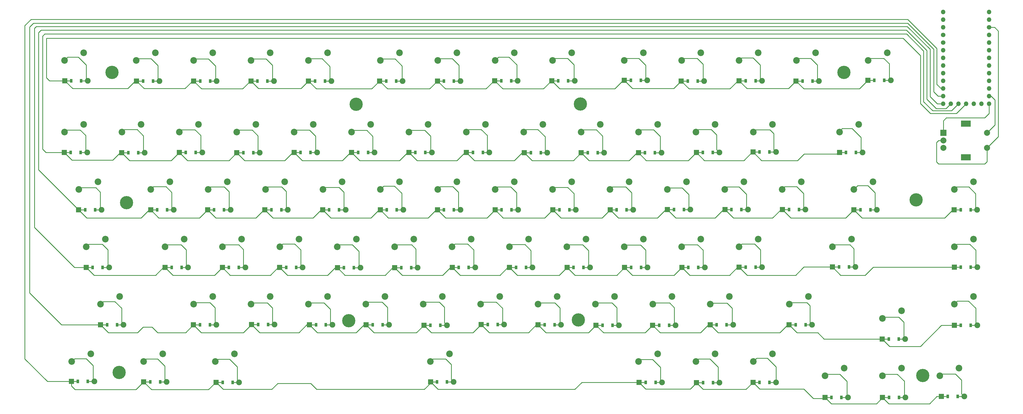
<source format=gbr>
%TF.GenerationSoftware,KiCad,Pcbnew,8.0.4*%
%TF.CreationDate,2024-09-14T21:21:30-04:00*%
%TF.ProjectId,mykeyboard2,6d796b65-7962-46f6-9172-64322e6b6963,rev?*%
%TF.SameCoordinates,Original*%
%TF.FileFunction,Copper,L2,Bot*%
%TF.FilePolarity,Positive*%
%FSLAX46Y46*%
G04 Gerber Fmt 4.6, Leading zero omitted, Abs format (unit mm)*
G04 Created by KiCad (PCBNEW 8.0.4) date 2024-09-14 21:21:30*
%MOMM*%
%LPD*%
G01*
G04 APERTURE LIST*
G04 Aperture macros list*
%AMHorizOval*
0 Thick line with rounded ends*
0 $1 width*
0 $2 $3 position (X,Y) of the first rounded end (center of the circle)*
0 $4 $5 position (X,Y) of the second rounded end (center of the circle)*
0 Add line between two ends*
20,1,$1,$2,$3,$4,$5,0*
0 Add two circle primitives to create the rounded ends*
1,1,$1,$2,$3*
1,1,$1,$4,$5*%
G04 Aperture macros list end*
%TA.AperFunction,ComponentPad*%
%ADD10C,0.700000*%
%TD*%
%TA.AperFunction,ComponentPad*%
%ADD11C,4.400000*%
%TD*%
%TA.AperFunction,ComponentPad*%
%ADD12C,2.200000*%
%TD*%
%TA.AperFunction,ComponentPad*%
%ADD13R,1.778000X1.778000*%
%TD*%
%TA.AperFunction,SMDPad,CuDef*%
%ADD14R,0.900000X1.200000*%
%TD*%
%TA.AperFunction,ComponentPad*%
%ADD15C,1.905000*%
%TD*%
%TA.AperFunction,ComponentPad*%
%ADD16R,2.000000X2.000000*%
%TD*%
%TA.AperFunction,ComponentPad*%
%ADD17C,2.000000*%
%TD*%
%TA.AperFunction,ComponentPad*%
%ADD18R,3.200000X2.000000*%
%TD*%
%TA.AperFunction,ComponentPad*%
%ADD19O,1.500000X1.500000*%
%TD*%
%TA.AperFunction,ComponentPad*%
%ADD20HorizOval,1.500000X0.000000X0.000000X0.000000X0.000000X0*%
%TD*%
%TA.AperFunction,Conductor*%
%ADD21C,0.250000*%
%TD*%
G04 APERTURE END LIST*
D10*
%TO.P,_5,1*%
%TO.N,N/C*%
X237308274Y-72291726D03*
X237791548Y-71125000D03*
X237791548Y-73458452D03*
X238958274Y-70641726D03*
D11*
X238958274Y-72291726D03*
D10*
X238958274Y-73941726D03*
X240125000Y-71125000D03*
X240125000Y-73458452D03*
X240608274Y-72291726D03*
%TD*%
%TO.P,_5,1*%
%TO.N,N/C*%
X162883274Y-72341726D03*
X163366548Y-71175000D03*
X163366548Y-73508452D03*
X164533274Y-70691726D03*
D11*
X164533274Y-72341726D03*
D10*
X164533274Y-73991726D03*
X165700000Y-71175000D03*
X165700000Y-73508452D03*
X166183274Y-72341726D03*
%TD*%
%TO.P,_5,1*%
%TO.N,N/C*%
X86675000Y-105025000D03*
X87158274Y-103858274D03*
X87158274Y-106191726D03*
X88325000Y-103375000D03*
D11*
X88325000Y-105025000D03*
D10*
X88325000Y-106675000D03*
X89491726Y-103858274D03*
X89491726Y-106191726D03*
X89975000Y-105025000D03*
%TD*%
%TO.P,_5,1*%
%TO.N,N/C*%
X348733274Y-104141726D03*
X349216548Y-102975000D03*
X349216548Y-105308452D03*
X350383274Y-102491726D03*
D11*
X350383274Y-104141726D03*
D10*
X350383274Y-105791726D03*
X351550000Y-102975000D03*
X351550000Y-105308452D03*
X352033274Y-104141726D03*
%TD*%
%TO.P,_5,1*%
%TO.N,N/C*%
X236683274Y-144016726D03*
X237166548Y-142850000D03*
X237166548Y-145183452D03*
X238333274Y-142366726D03*
D11*
X238333274Y-144016726D03*
D10*
X238333274Y-145666726D03*
X239500000Y-142850000D03*
X239500000Y-145183452D03*
X239983274Y-144016726D03*
%TD*%
%TO.P,_5,1*%
%TO.N,N/C*%
X160425000Y-144250000D03*
X160908274Y-143083274D03*
X160908274Y-145416726D03*
X162075000Y-142600000D03*
D11*
X162075000Y-144250000D03*
D10*
X162075000Y-145900000D03*
X163241726Y-143083274D03*
X163241726Y-145416726D03*
X163725000Y-144250000D03*
%TD*%
%TO.P,_5,1*%
%TO.N,N/C*%
X350975000Y-162450000D03*
X351458274Y-161283274D03*
X351458274Y-163616726D03*
X352625000Y-160800000D03*
D11*
X352625000Y-162450000D03*
D10*
X352625000Y-164100000D03*
X353791726Y-161283274D03*
X353791726Y-163616726D03*
X354275000Y-162450000D03*
%TD*%
%TO.P,_5,1*%
%TO.N,N/C*%
X84275000Y-161425000D03*
X84758274Y-160258274D03*
X84758274Y-162591726D03*
X85925000Y-159775000D03*
D11*
X85925000Y-161425000D03*
D10*
X85925000Y-163075000D03*
X87091726Y-160258274D03*
X87091726Y-162591726D03*
X87575000Y-161425000D03*
%TD*%
%TO.P,_5,1*%
%TO.N,N/C*%
X81875000Y-61825000D03*
X82358274Y-60658274D03*
X82358274Y-62991726D03*
X83525000Y-60175000D03*
D11*
X83525000Y-61825000D03*
D10*
X83525000Y-63475000D03*
X84691726Y-60658274D03*
X84691726Y-62991726D03*
X85175000Y-61825000D03*
%TD*%
%TO.P,_5,1*%
%TO.N,N/C*%
X324750000Y-61825000D03*
X325233274Y-60658274D03*
X325233274Y-62991726D03*
X326400000Y-60175000D03*
D11*
X326400000Y-61825000D03*
D10*
X326400000Y-63475000D03*
X327566726Y-60658274D03*
X327566726Y-62991726D03*
X328050000Y-61825000D03*
%TD*%
D12*
%TO.P,K0,1*%
%TO.N,/Col_0*%
X74150000Y-55247500D03*
%TO.P,K0,2*%
%TO.N,Net-(D0-Pad2)*%
X67800000Y-57787500D03*
%TD*%
%TO.P,K75,1*%
%TO.N,/Col_8*%
X264650000Y-155260000D03*
%TO.P,K75,2*%
%TO.N,Net-(D75-Pad2)*%
X258300000Y-157800000D03*
%TD*%
%TO.P,K67,1*%
%TO.N,/Col_9*%
X269412500Y-136210000D03*
%TO.P,K67,2*%
%TO.N,Net-(D67-Pad2)*%
X263062500Y-138750000D03*
%TD*%
%TO.P,K2,1*%
%TO.N,/Col_2*%
X117012500Y-55247500D03*
%TO.P,K2,2*%
%TO.N,Net-(D2-Pad2)*%
X110662500Y-57787500D03*
%TD*%
%TO.P,K50,1*%
%TO.N,/Col_6*%
X202737500Y-117160000D03*
%TO.P,K50,2*%
%TO.N,Net-(D50-Pad2)*%
X196387500Y-119700000D03*
%TD*%
D13*
%TO.P,D38,1*%
%TO.N,/Row_3*%
X248865000Y-107450000D03*
D14*
X251025000Y-107450000D03*
%TO.P,D38,2*%
%TO.N,Net-(D38-Pad2)*%
X254325000Y-107450000D03*
D15*
X256485000Y-107450000D03*
%TD*%
D12*
%TO.P,K25,1*%
%TO.N,/Col_11*%
X283700000Y-79060000D03*
%TO.P,K25,2*%
%TO.N,Net-(D25-Pad2)*%
X277350000Y-81600000D03*
%TD*%
D13*
%TO.P,D11,1*%
%TO.N,/Row_5*%
X291665000Y-64550000D03*
D14*
X293825000Y-64550000D03*
%TO.P,D11,2*%
%TO.N,Net-(D11-Pad2)*%
X297125000Y-64550000D03*
D15*
X299285000Y-64550000D03*
%TD*%
D13*
%TO.P,D73,1*%
%TO.N,/Row_0*%
X118106389Y-164743788D03*
D14*
X120266389Y-164743788D03*
%TO.P,D73,2*%
%TO.N,Net-(D73-Pad2)*%
X123566389Y-164743788D03*
D15*
X125726389Y-164743788D03*
%TD*%
D12*
%TO.P,K48,1*%
%TO.N,/Col_4*%
X164637500Y-117160000D03*
%TO.P,K48,2*%
%TO.N,Net-(D48-Pad2)*%
X158287500Y-119700000D03*
%TD*%
%TO.P,K18,1*%
%TO.N,/Col_4*%
X150350000Y-79060000D03*
%TO.P,K18,2*%
%TO.N,Net-(D18-Pad2)*%
X144000000Y-81600000D03*
%TD*%
%TO.P,K10,1*%
%TO.N,/Col_10*%
X278937500Y-55247500D03*
%TO.P,K10,2*%
%TO.N,Net-(D10-Pad2)*%
X272587500Y-57787500D03*
%TD*%
D13*
%TO.P,D3,1*%
%TO.N,/Row_5*%
X129665000Y-64650000D03*
D14*
X131825000Y-64650000D03*
%TO.P,D3,2*%
%TO.N,Net-(D3-Pad2)*%
X135125000Y-64650000D03*
D15*
X137285000Y-64650000D03*
%TD*%
D13*
%TO.P,D79,1*%
%TO.N,/Row_0*%
X339265000Y-169750000D03*
D14*
X341425000Y-169750000D03*
%TO.P,D79,2*%
%TO.N,Net-(D79-Pad2)*%
X344725000Y-169750000D03*
D15*
X346885000Y-169750000D03*
%TD*%
D13*
%TO.P,D23,1*%
%TO.N,/Row_4*%
X239265000Y-88450000D03*
D14*
X241425000Y-88450000D03*
%TO.P,D23,2*%
%TO.N,Net-(D23-Pad2)*%
X244725000Y-88450000D03*
D15*
X246885000Y-88450000D03*
%TD*%
D12*
%TO.P,K57,1*%
%TO.N,Col-14*%
X369425000Y-117160000D03*
%TO.P,K57,2*%
%TO.N,Net-(D57-Pad2)*%
X363075000Y-119700000D03*
%TD*%
%TO.P,K38,1*%
%TO.N,/Col_9*%
X255125000Y-98110000D03*
%TO.P,K38,2*%
%TO.N,Net-(D38-Pad2)*%
X248775000Y-100650000D03*
%TD*%
%TO.P,K15,1*%
%TO.N,/Col_1*%
X93200000Y-79060000D03*
%TO.P,K15,2*%
%TO.N,Net-(D15-Pad2)*%
X86850000Y-81600000D03*
%TD*%
%TO.P,K74,1*%
%TO.N,/Col_5*%
X195575000Y-155250000D03*
%TO.P,K74,2*%
%TO.N,Net-(D74-Pad2)*%
X189225000Y-157790000D03*
%TD*%
%TO.P,K63,1*%
%TO.N,/Col_5*%
X193212500Y-136210000D03*
%TO.P,K63,2*%
%TO.N,Net-(D63-Pad2)*%
X186862500Y-138750000D03*
%TD*%
D13*
%TO.P,D14,1*%
%TO.N,/Row_4*%
X67665000Y-88350000D03*
D14*
X69825000Y-88350000D03*
%TO.P,D14,2*%
%TO.N,Net-(D14-Pad2)*%
X73125000Y-88350000D03*
D15*
X75285000Y-88350000D03*
%TD*%
D12*
%TO.P,K32,1*%
%TO.N,/Col_3*%
X140825000Y-98110000D03*
%TO.P,K32,2*%
%TO.N,Net-(D32-Pad2)*%
X134475000Y-100650000D03*
%TD*%
%TO.P,K20,1*%
%TO.N,/Col_6*%
X188450000Y-79060000D03*
%TO.P,K20,2*%
%TO.N,Net-(D20-Pad2)*%
X182100000Y-81600000D03*
%TD*%
D13*
%TO.P,D17,1*%
%TO.N,/Row_4*%
X124965000Y-88450000D03*
D14*
X127125000Y-88450000D03*
%TO.P,D17,2*%
%TO.N,Net-(D17-Pad2)*%
X130425000Y-88450000D03*
D15*
X132585000Y-88450000D03*
%TD*%
D13*
%TO.P,D70,1*%
%TO.N,/Row_1*%
X339165000Y-150350000D03*
D14*
X341325000Y-150350000D03*
%TO.P,D70,2*%
%TO.N,Net-(D70-Pad2)*%
X344625000Y-150350000D03*
D15*
X346785000Y-150350000D03*
%TD*%
D12*
%TO.P,K78,1*%
%TO.N,/Col_11*%
X326562500Y-160022500D03*
%TO.P,K78,2*%
%TO.N,Net-(D78-Pad2)*%
X320212500Y-162562500D03*
%TD*%
D13*
%TO.P,D76,1*%
%TO.N,/Row_0*%
X277537046Y-164851682D03*
D14*
X279697046Y-164851682D03*
%TO.P,D76,2*%
%TO.N,Net-(D76-Pad2)*%
X282997046Y-164851682D03*
D15*
X285157046Y-164851682D03*
%TD*%
D12*
%TO.P,K62,1*%
%TO.N,/Col_4*%
X174162500Y-136210000D03*
%TO.P,K62,2*%
%TO.N,Net-(D62-Pad2)*%
X167812500Y-138750000D03*
%TD*%
D13*
%TO.P,D61,1*%
%TO.N,/Row_1*%
X149065000Y-145650000D03*
D14*
X151225000Y-145650000D03*
%TO.P,D61,2*%
%TO.N,Net-(D61-Pad2)*%
X154525000Y-145650000D03*
D15*
X156685000Y-145650000D03*
%TD*%
D13*
%TO.P,D1,1*%
%TO.N,/Row_5*%
X91665000Y-64650000D03*
D14*
X93825000Y-64650000D03*
%TO.P,D1,2*%
%TO.N,Net-(D1-Pad2)*%
X97125000Y-64650000D03*
D15*
X99285000Y-64650000D03*
%TD*%
D13*
%TO.P,D49,1*%
%TO.N,/Row_2*%
X177365000Y-126650000D03*
D14*
X179525000Y-126650000D03*
%TO.P,D49,2*%
%TO.N,Net-(D49-Pad2)*%
X182825000Y-126650000D03*
D15*
X184985000Y-126650000D03*
%TD*%
D12*
%TO.P,K53,1*%
%TO.N,/Col_9*%
X259887500Y-117160000D03*
%TO.P,K53,2*%
%TO.N,Net-(D53-Pad2)*%
X253537500Y-119700000D03*
%TD*%
%TO.P,K56,1*%
%TO.N,/Col_12*%
X328945000Y-117160000D03*
%TO.P,K56,2*%
%TO.N,Net-(D56-Pad2)*%
X322595000Y-119700000D03*
%TD*%
D13*
%TO.P,D8,1*%
%TO.N,/Row_5*%
X229465000Y-64550000D03*
D14*
X231625000Y-64550000D03*
%TO.P,D8,2*%
%TO.N,Net-(D8-Pad2)*%
X234925000Y-64550000D03*
D15*
X237085000Y-64550000D03*
%TD*%
D12*
%TO.P,K7,1*%
%TO.N,/Col_7*%
X217025000Y-55247500D03*
%TO.P,K7,2*%
%TO.N,Net-(D7-Pad2)*%
X210675000Y-57787500D03*
%TD*%
D13*
%TO.P,D37,1*%
%TO.N,/Row_3*%
X229865000Y-107450000D03*
D14*
X232025000Y-107450000D03*
%TO.P,D37,2*%
%TO.N,Net-(D37-Pad2)*%
X235325000Y-107450000D03*
D15*
X237485000Y-107450000D03*
%TD*%
D12*
%TO.P,K21,1*%
%TO.N,/Col_7*%
X207500000Y-79060000D03*
%TO.P,K21,2*%
%TO.N,Net-(D21-Pad2)*%
X201150000Y-81600000D03*
%TD*%
D13*
%TO.P,D77,1*%
%TO.N,/Row_0*%
X296265000Y-164750000D03*
D14*
X298425000Y-164750000D03*
%TO.P,D77,2*%
%TO.N,Net-(D77-Pad2)*%
X301725000Y-164750000D03*
D15*
X303885000Y-164750000D03*
%TD*%
D12*
%TO.P,K6,1*%
%TO.N,/Col_6*%
X197975000Y-55247500D03*
%TO.P,K6,2*%
%TO.N,Net-(D6-Pad2)*%
X191625000Y-57787500D03*
%TD*%
D13*
%TO.P,D4,1*%
%TO.N,/Row_5*%
X148765000Y-64650000D03*
D14*
X150925000Y-64650000D03*
%TO.P,D4,2*%
%TO.N,Net-(D4-Pad2)*%
X154225000Y-64650000D03*
D15*
X156385000Y-64650000D03*
%TD*%
D12*
%TO.P,K34,1*%
%TO.N,/Col_5*%
X178925000Y-98110000D03*
%TO.P,K34,2*%
%TO.N,Net-(D34-Pad2)*%
X172575000Y-100650000D03*
%TD*%
D13*
%TO.P,D56,1*%
%TO.N,/Row_2*%
X322648757Y-126433621D03*
D14*
X324808757Y-126433621D03*
%TO.P,D56,2*%
%TO.N,Net-(D56-Pad2)*%
X328108757Y-126433621D03*
D15*
X330268757Y-126433621D03*
%TD*%
D13*
%TO.P,D62,1*%
%TO.N,/Row_1*%
X167865000Y-145650000D03*
D14*
X170025000Y-145650000D03*
%TO.P,D62,2*%
%TO.N,Net-(D62-Pad2)*%
X173325000Y-145650000D03*
D15*
X175485000Y-145650000D03*
%TD*%
D12*
%TO.P,K79,1*%
%TO.N,/Col_12*%
X345612500Y-160022500D03*
%TO.P,K79,2*%
%TO.N,Net-(D79-Pad2)*%
X339262500Y-162562500D03*
%TD*%
D13*
%TO.P,D50,1*%
%TO.N,/Row_2*%
X196465000Y-126550000D03*
D14*
X198625000Y-126550000D03*
%TO.P,D50,2*%
%TO.N,Net-(D50-Pad2)*%
X201925000Y-126550000D03*
D15*
X204085000Y-126550000D03*
%TD*%
D13*
%TO.P,D57,1*%
%TO.N,/Row_2*%
X363065000Y-126450000D03*
D14*
X365225000Y-126450000D03*
%TO.P,D57,2*%
%TO.N,Net-(D57-Pad2)*%
X368525000Y-126450000D03*
D15*
X370685000Y-126450000D03*
%TD*%
D12*
%TO.P,K55,1*%
%TO.N,/Col_11*%
X297987500Y-117160000D03*
%TO.P,K55,2*%
%TO.N,Net-(D55-Pad2)*%
X291637500Y-119700000D03*
%TD*%
D13*
%TO.P,D33,1*%
%TO.N,/Row_3*%
X153465000Y-107450000D03*
D14*
X155625000Y-107450000D03*
%TO.P,D33,2*%
%TO.N,Net-(D33-Pad2)*%
X158925000Y-107450000D03*
D15*
X161085000Y-107450000D03*
%TD*%
D13*
%TO.P,D65,1*%
%TO.N,/Row_1*%
X224965000Y-145650000D03*
D14*
X227125000Y-145650000D03*
%TO.P,D65,2*%
%TO.N,Net-(D65-Pad2)*%
X230425000Y-145650000D03*
D15*
X232585000Y-145650000D03*
%TD*%
D12*
%TO.P,K80,1*%
%TO.N,Col-14*%
X364662500Y-160022500D03*
%TO.P,K80,2*%
%TO.N,Net-(D80-Pad2)*%
X358312500Y-162562500D03*
%TD*%
D13*
%TO.P,D5,1*%
%TO.N,/Row_5*%
X172365000Y-64650000D03*
D14*
X174525000Y-64650000D03*
%TO.P,D5,2*%
%TO.N,Net-(D5-Pad2)*%
X177825000Y-64650000D03*
D15*
X179985000Y-64650000D03*
%TD*%
D12*
%TO.P,K45,1*%
%TO.N,/Col_1*%
X107487500Y-117160000D03*
%TO.P,K45,2*%
%TO.N,Net-(D45-Pad2)*%
X101137500Y-119700000D03*
%TD*%
%TO.P,K51,1*%
%TO.N,/Col_7*%
X221787500Y-117160000D03*
%TO.P,K51,2*%
%TO.N,Net-(D51-Pad2)*%
X215437500Y-119700000D03*
%TD*%
D13*
%TO.P,D74,1*%
%TO.N,/Row_0*%
X189255000Y-164550000D03*
D14*
X191415000Y-164550000D03*
%TO.P,D74,2*%
%TO.N,Net-(D74-Pad2)*%
X194715000Y-164550000D03*
D15*
X196875000Y-164550000D03*
%TD*%
D13*
%TO.P,D30,1*%
%TO.N,/Row_3*%
X96365000Y-107450000D03*
D14*
X98525000Y-107450000D03*
%TO.P,D30,2*%
%TO.N,Net-(D30-Pad2)*%
X101825000Y-107450000D03*
D15*
X103985000Y-107450000D03*
%TD*%
D13*
%TO.P,D29,1*%
%TO.N,/Row_3*%
X72465000Y-107450000D03*
D14*
X74625000Y-107450000D03*
%TO.P,D29,2*%
%TO.N,Net-(D29-Pad2)*%
X77925000Y-107450000D03*
D15*
X80085000Y-107450000D03*
%TD*%
D13*
%TO.P,D71,1*%
%TO.N,/Row_0*%
X70065000Y-164450000D03*
D14*
X72225000Y-164450000D03*
%TO.P,D71,2*%
%TO.N,Net-(D71-Pad2)*%
X75525000Y-164450000D03*
D15*
X77685000Y-164450000D03*
%TD*%
D12*
%TO.P,K59,1*%
%TO.N,/Col_1*%
X117012500Y-136210000D03*
%TO.P,K59,2*%
%TO.N,Net-(D59-Pad2)*%
X110662500Y-138750000D03*
%TD*%
D13*
%TO.P,D55,1*%
%TO.N,/Row_2*%
X291665000Y-126450000D03*
D14*
X293825000Y-126450000D03*
%TO.P,D55,2*%
%TO.N,Net-(D55-Pad2)*%
X297125000Y-126450000D03*
D15*
X299285000Y-126450000D03*
%TD*%
D13*
%TO.P,D7,1*%
%TO.N,/Row_5*%
X210565000Y-64550000D03*
D14*
X212725000Y-64550000D03*
%TO.P,D7,2*%
%TO.N,Net-(D7-Pad2)*%
X216025000Y-64550000D03*
D15*
X218185000Y-64550000D03*
%TD*%
D12*
%TO.P,K64,1*%
%TO.N,/Col_6*%
X212262500Y-136210000D03*
%TO.P,K64,2*%
%TO.N,Net-(D64-Pad2)*%
X205912500Y-138750000D03*
%TD*%
%TO.P,K47,1*%
%TO.N,/Col_3*%
X145587500Y-117160000D03*
%TO.P,K47,2*%
%TO.N,Net-(D47-Pad2)*%
X139237500Y-119700000D03*
%TD*%
%TO.P,K81,1*%
%TO.N,Col-14*%
X369415000Y-136220000D03*
%TO.P,K81,2*%
%TO.N,Net-(D43-Pad2)*%
X363065000Y-138760000D03*
%TD*%
%TO.P,K61,1*%
%TO.N,/Col_3*%
X155112500Y-136210000D03*
%TO.P,K61,2*%
%TO.N,Net-(D61-Pad2)*%
X148762500Y-138750000D03*
%TD*%
%TO.P,K14,1*%
%TO.N,/Col_0*%
X74150000Y-79060000D03*
%TO.P,K14,2*%
%TO.N,Net-(D14-Pad2)*%
X67800000Y-81600000D03*
%TD*%
D13*
%TO.P,D20,1*%
%TO.N,/Row_4*%
X182065000Y-88350000D03*
D14*
X184225000Y-88350000D03*
%TO.P,D20,2*%
%TO.N,Net-(D20-Pad2)*%
X187525000Y-88350000D03*
D15*
X189685000Y-88350000D03*
%TD*%
D12*
%TO.P,K4,1*%
%TO.N,/Col_4*%
X155112500Y-55247500D03*
%TO.P,K4,2*%
%TO.N,Net-(D4-Pad2)*%
X148762500Y-57787500D03*
%TD*%
D13*
%TO.P,D51,1*%
%TO.N,/Row_2*%
X215465000Y-126550000D03*
D14*
X217625000Y-126550000D03*
%TO.P,D51,2*%
%TO.N,Net-(D51-Pad2)*%
X220925000Y-126550000D03*
D15*
X223085000Y-126550000D03*
%TD*%
D13*
%TO.P,D59,1*%
%TO.N,/Row_1*%
X110565000Y-145650000D03*
D14*
X112725000Y-145650000D03*
%TO.P,D59,2*%
%TO.N,Net-(D59-Pad2)*%
X116025000Y-145650000D03*
D15*
X118185000Y-145650000D03*
%TD*%
D12*
%TO.P,K8,1*%
%TO.N,/Col_8*%
X236075000Y-55247500D03*
%TO.P,K8,2*%
%TO.N,Net-(D8-Pad2)*%
X229725000Y-57787500D03*
%TD*%
D13*
%TO.P,D36,1*%
%TO.N,/Row_3*%
X210665000Y-107450000D03*
D14*
X212825000Y-107450000D03*
%TO.P,D36,2*%
%TO.N,Net-(D36-Pad2)*%
X216125000Y-107450000D03*
D15*
X218285000Y-107450000D03*
%TD*%
D12*
%TO.P,K73,1*%
%TO.N,/Col_2*%
X124156250Y-155260000D03*
%TO.P,K73,2*%
%TO.N,Net-(D73-Pad2)*%
X117806250Y-157800000D03*
%TD*%
D13*
%TO.P,D75,1*%
%TO.N,/Row_0*%
X258465000Y-164750000D03*
D14*
X260625000Y-164750000D03*
%TO.P,D75,2*%
%TO.N,Net-(D75-Pad2)*%
X263925000Y-164750000D03*
D15*
X266085000Y-164750000D03*
%TD*%
D12*
%TO.P,K11,1*%
%TO.N,/Col_11*%
X297987500Y-55247500D03*
%TO.P,K11,2*%
%TO.N,Net-(D11-Pad2)*%
X291637500Y-57787500D03*
%TD*%
D13*
%TO.P,D42,1*%
%TO.N,/Row_3*%
X329756043Y-107441219D03*
D14*
X331916043Y-107441219D03*
%TO.P,D42,2*%
%TO.N,Net-(D42-Pad2)*%
X335216043Y-107441219D03*
D15*
X337376043Y-107441219D03*
%TD*%
D13*
%TO.P,D48,1*%
%TO.N,/Row_2*%
X158365000Y-126650000D03*
D14*
X160525000Y-126650000D03*
%TO.P,D48,2*%
%TO.N,Net-(D48-Pad2)*%
X163825000Y-126650000D03*
D15*
X165985000Y-126650000D03*
%TD*%
D12*
%TO.P,K22,1*%
%TO.N,/Col_8*%
X226550000Y-79060000D03*
%TO.P,K22,2*%
%TO.N,Net-(D22-Pad2)*%
X220200000Y-81600000D03*
%TD*%
D13*
%TO.P,D15,1*%
%TO.N,/Row_4*%
X86765000Y-88450000D03*
D14*
X88925000Y-88450000D03*
%TO.P,D15,2*%
%TO.N,Net-(D15-Pad2)*%
X92225000Y-88450000D03*
D15*
X94385000Y-88450000D03*
%TD*%
D12*
%TO.P,K70,1*%
%TO.N,/Col_12*%
X345612500Y-140972500D03*
%TO.P,K70,2*%
%TO.N,Net-(D70-Pad2)*%
X339262500Y-143512500D03*
%TD*%
%TO.P,K54,1*%
%TO.N,/Col_10*%
X278937500Y-117160000D03*
%TO.P,K54,2*%
%TO.N,Net-(D54-Pad2)*%
X272587500Y-119700000D03*
%TD*%
%TO.P,K52,1*%
%TO.N,/Col_8*%
X240837500Y-117160000D03*
%TO.P,K52,2*%
%TO.N,Net-(D52-Pad2)*%
X234487500Y-119700000D03*
%TD*%
%TO.P,K3,1*%
%TO.N,/Col_3*%
X136062500Y-55247500D03*
%TO.P,K3,2*%
%TO.N,Net-(D3-Pad2)*%
X129712500Y-57787500D03*
%TD*%
D13*
%TO.P,D35,1*%
%TO.N,/Row_3*%
X191565000Y-107450000D03*
D14*
X193725000Y-107450000D03*
%TO.P,D35,2*%
%TO.N,Net-(D35-Pad2)*%
X197025000Y-107450000D03*
D15*
X199185000Y-107450000D03*
%TD*%
D12*
%TO.P,K5,1*%
%TO.N,/Col_5*%
X178925000Y-55247500D03*
%TO.P,K5,2*%
%TO.N,Net-(D5-Pad2)*%
X172575000Y-57787500D03*
%TD*%
%TO.P,K26,1*%
%TO.N,/Col_12*%
X302750000Y-79060000D03*
%TO.P,K26,2*%
%TO.N,Net-(D26-Pad2)*%
X296400000Y-81600000D03*
%TD*%
D13*
%TO.P,D6,1*%
%TO.N,/Row_5*%
X191565000Y-64650000D03*
D14*
X193725000Y-64650000D03*
%TO.P,D6,2*%
%TO.N,Net-(D6-Pad2)*%
X197025000Y-64650000D03*
D15*
X199185000Y-64650000D03*
%TD*%
D12*
%TO.P,K68,1*%
%TO.N,/Col_10*%
X288462500Y-136210000D03*
%TO.P,K68,2*%
%TO.N,Net-(D68-Pad2)*%
X282112500Y-138750000D03*
%TD*%
%TO.P,K60,1*%
%TO.N,/Col_2*%
X136062500Y-136210000D03*
%TO.P,K60,2*%
%TO.N,Net-(D60-Pad2)*%
X129712500Y-138750000D03*
%TD*%
D13*
%TO.P,D34,1*%
%TO.N,/Row_3*%
X172565000Y-107450000D03*
D14*
X174725000Y-107450000D03*
%TO.P,D34,2*%
%TO.N,Net-(D34-Pad2)*%
X178025000Y-107450000D03*
D15*
X180185000Y-107450000D03*
%TD*%
D12*
%TO.P,K49,1*%
%TO.N,/Col_5*%
X183687500Y-117160000D03*
%TO.P,K49,2*%
%TO.N,Net-(D49-Pad2)*%
X177337500Y-119700000D03*
%TD*%
D13*
%TO.P,D22,1*%
%TO.N,/Row_4*%
X220365000Y-88450000D03*
D14*
X222525000Y-88450000D03*
%TO.P,D22,2*%
%TO.N,Net-(D22-Pad2)*%
X225825000Y-88450000D03*
D15*
X227985000Y-88450000D03*
%TD*%
D13*
%TO.P,D54,1*%
%TO.N,/Row_2*%
X272665000Y-126550000D03*
D14*
X274825000Y-126550000D03*
%TO.P,D54,2*%
%TO.N,Net-(D54-Pad2)*%
X278125000Y-126550000D03*
D15*
X280285000Y-126550000D03*
%TD*%
D13*
%TO.P,D64,1*%
%TO.N,/Row_1*%
X206065000Y-145550000D03*
D14*
X208225000Y-145550000D03*
%TO.P,D64,2*%
%TO.N,Net-(D64-Pad2)*%
X211525000Y-145550000D03*
D15*
X213685000Y-145550000D03*
%TD*%
D12*
%TO.P,K23,1*%
%TO.N,/Col_9*%
X245600000Y-79060000D03*
%TO.P,K23,2*%
%TO.N,Net-(D23-Pad2)*%
X239250000Y-81600000D03*
%TD*%
%TO.P,K69,1*%
%TO.N,/Col_11*%
X314656250Y-136210000D03*
%TO.P,K69,2*%
%TO.N,Net-(D69-Pad2)*%
X308306250Y-138750000D03*
%TD*%
D13*
%TO.P,D78,1*%
%TO.N,/Row_0*%
X320165000Y-169750000D03*
D14*
X322325000Y-169750000D03*
%TO.P,D78,2*%
%TO.N,Net-(D78-Pad2)*%
X325625000Y-169750000D03*
D15*
X327785000Y-169750000D03*
%TD*%
D13*
%TO.P,D44,1*%
%TO.N,/Row_2*%
X74965000Y-126550000D03*
D14*
X77125000Y-126550000D03*
%TO.P,D44,2*%
%TO.N,Net-(D44-Pad2)*%
X80425000Y-126550000D03*
D15*
X82585000Y-126550000D03*
%TD*%
D12*
%TO.P,K66,1*%
%TO.N,/Col_8*%
X250362500Y-136210000D03*
%TO.P,K66,2*%
%TO.N,Net-(D66-Pad2)*%
X244012500Y-138750000D03*
%TD*%
D13*
%TO.P,D41,1*%
%TO.N,/Row_3*%
X306065000Y-107350000D03*
D14*
X308225000Y-107350000D03*
%TO.P,D41,2*%
%TO.N,Net-(D41-Pad2)*%
X311525000Y-107350000D03*
D15*
X313685000Y-107350000D03*
%TD*%
D12*
%TO.P,K39,1*%
%TO.N,/Col_10*%
X274175000Y-98110000D03*
%TO.P,K39,2*%
%TO.N,Net-(D39-Pad2)*%
X267825000Y-100650000D03*
%TD*%
D13*
%TO.P,D19,1*%
%TO.N,/Row_4*%
X163065000Y-88350000D03*
D14*
X165225000Y-88350000D03*
%TO.P,D19,2*%
%TO.N,Net-(D19-Pad2)*%
X168525000Y-88350000D03*
D15*
X170685000Y-88350000D03*
%TD*%
D13*
%TO.P,D24,1*%
%TO.N,/Row_4*%
X258265000Y-88450000D03*
D14*
X260425000Y-88450000D03*
%TO.P,D24,2*%
%TO.N,Net-(D24-Pad2)*%
X263725000Y-88450000D03*
D15*
X265885000Y-88450000D03*
%TD*%
D13*
%TO.P,D27,1*%
%TO.N,/Row_4*%
X324965000Y-88350000D03*
D14*
X327125000Y-88350000D03*
%TO.P,D27,2*%
%TO.N,Net-(D27-Pad2)*%
X330425000Y-88350000D03*
D15*
X332585000Y-88350000D03*
%TD*%
D13*
%TO.P,D58,1*%
%TO.N,/Row_1*%
X79765000Y-145650000D03*
D14*
X81925000Y-145650000D03*
%TO.P,D58,2*%
%TO.N,Net-(D58-Pad2)*%
X85225000Y-145650000D03*
D15*
X87385000Y-145650000D03*
%TD*%
D13*
%TO.P,D53,1*%
%TO.N,/Row_2*%
X253665000Y-126550000D03*
D14*
X255825000Y-126550000D03*
%TO.P,D53,2*%
%TO.N,Net-(D53-Pad2)*%
X259125000Y-126550000D03*
D15*
X261285000Y-126550000D03*
%TD*%
D12*
%TO.P,K37,1*%
%TO.N,/Col_8*%
X236075000Y-98110000D03*
%TO.P,K37,2*%
%TO.N,Net-(D37-Pad2)*%
X229725000Y-100650000D03*
%TD*%
D13*
%TO.P,D10,1*%
%TO.N,/Row_5*%
X272465000Y-64650000D03*
D14*
X274625000Y-64650000D03*
%TO.P,D10,2*%
%TO.N,Net-(D10-Pad2)*%
X277925000Y-64650000D03*
D15*
X280085000Y-64650000D03*
%TD*%
D13*
%TO.P,D26,1*%
%TO.N,/Row_4*%
X296265000Y-88250000D03*
D14*
X298425000Y-88250000D03*
%TO.P,D26,2*%
%TO.N,Net-(D26-Pad2)*%
X301725000Y-88250000D03*
D15*
X303885000Y-88250000D03*
%TD*%
D12*
%TO.P,K29,1*%
%TO.N,/Col_0*%
X78912500Y-98110000D03*
%TO.P,K29,2*%
%TO.N,Net-(D29-Pad2)*%
X72562500Y-100650000D03*
%TD*%
D13*
%TO.P,D52,1*%
%TO.N,/Row_2*%
X234565000Y-126550000D03*
D14*
X236725000Y-126550000D03*
%TO.P,D52,2*%
%TO.N,Net-(D52-Pad2)*%
X240025000Y-126550000D03*
D15*
X242185000Y-126550000D03*
%TD*%
D13*
%TO.P,D32,1*%
%TO.N,/Row_3*%
X134265000Y-107450000D03*
D14*
X136425000Y-107450000D03*
%TO.P,D32,2*%
%TO.N,Net-(D32-Pad2)*%
X139725000Y-107450000D03*
D15*
X141885000Y-107450000D03*
%TD*%
D12*
%TO.P,K31,1*%
%TO.N,/Col_2*%
X121775000Y-98110000D03*
%TO.P,K31,2*%
%TO.N,Net-(D31-Pad2)*%
X115425000Y-100650000D03*
%TD*%
D13*
%TO.P,D9,1*%
%TO.N,/Row_5*%
X253565000Y-64450000D03*
D14*
X255725000Y-64450000D03*
%TO.P,D9,2*%
%TO.N,Net-(D9-Pad2)*%
X259025000Y-64450000D03*
D15*
X261185000Y-64450000D03*
%TD*%
D13*
%TO.P,D66,1*%
%TO.N,/Row_1*%
X244165000Y-145750000D03*
D14*
X246325000Y-145750000D03*
%TO.P,D66,2*%
%TO.N,Net-(D66-Pad2)*%
X249625000Y-145750000D03*
D15*
X251785000Y-145750000D03*
%TD*%
D13*
%TO.P,D40,1*%
%TO.N,/Row_3*%
X286965000Y-107350000D03*
D14*
X289125000Y-107350000D03*
%TO.P,D40,2*%
%TO.N,Net-(D40-Pad2)*%
X292425000Y-107350000D03*
D15*
X294585000Y-107350000D03*
%TD*%
D13*
%TO.P,D2,1*%
%TO.N,/Row_5*%
X110665000Y-64650000D03*
D14*
X112825000Y-64650000D03*
%TO.P,D2,2*%
%TO.N,Net-(D2-Pad2)*%
X116125000Y-64650000D03*
D15*
X118285000Y-64650000D03*
%TD*%
D13*
%TO.P,D69,1*%
%TO.N,/Row_1*%
X308265000Y-145650000D03*
D14*
X310425000Y-145650000D03*
%TO.P,D69,2*%
%TO.N,Net-(D69-Pad2)*%
X313725000Y-145650000D03*
D15*
X315885000Y-145650000D03*
%TD*%
D13*
%TO.P,D63,1*%
%TO.N,/Row_1*%
X187065000Y-145750000D03*
D14*
X189225000Y-145750000D03*
%TO.P,D63,2*%
%TO.N,Net-(D63-Pad2)*%
X192525000Y-145750000D03*
D15*
X194685000Y-145750000D03*
%TD*%
D13*
%TO.P,D60,1*%
%TO.N,/Row_1*%
X129865000Y-145550000D03*
D14*
X132025000Y-145550000D03*
%TO.P,D60,2*%
%TO.N,Net-(D60-Pad2)*%
X135325000Y-145550000D03*
D15*
X137485000Y-145550000D03*
%TD*%
D12*
%TO.P,K72,1*%
%TO.N,/Col_1*%
X100343750Y-155260000D03*
%TO.P,K72,2*%
%TO.N,Net-(D72-Pad2)*%
X93993750Y-157800000D03*
%TD*%
%TO.P,K44,1*%
%TO.N,/Col_0*%
X81293750Y-117160000D03*
%TO.P,K44,2*%
%TO.N,Net-(D44-Pad2)*%
X74943750Y-119700000D03*
%TD*%
%TO.P,K46,1*%
%TO.N,/Col_2*%
X126537500Y-117160000D03*
%TO.P,K46,2*%
%TO.N,Net-(D46-Pad2)*%
X120187500Y-119700000D03*
%TD*%
%TO.P,K36,1*%
%TO.N,/Col_7*%
X217025000Y-98110000D03*
%TO.P,K36,2*%
%TO.N,Net-(D36-Pad2)*%
X210675000Y-100650000D03*
%TD*%
%TO.P,K41,1*%
%TO.N,/Col_12*%
X312275000Y-98110000D03*
%TO.P,K41,2*%
%TO.N,Net-(D41-Pad2)*%
X305925000Y-100650000D03*
%TD*%
D13*
%TO.P,D0,1*%
%TO.N,/Row_5*%
X67865000Y-64550000D03*
D14*
X70025000Y-64550000D03*
%TO.P,D0,2*%
%TO.N,Net-(D0-Pad2)*%
X73325000Y-64550000D03*
D15*
X75485000Y-64550000D03*
%TD*%
D12*
%TO.P,K33,1*%
%TO.N,/Col_4*%
X159875000Y-98110000D03*
%TO.P,K33,2*%
%TO.N,Net-(D33-Pad2)*%
X153525000Y-100650000D03*
%TD*%
%TO.P,K19,1*%
%TO.N,/Col_5*%
X169400000Y-79060000D03*
%TO.P,K19,2*%
%TO.N,Net-(D19-Pad2)*%
X163050000Y-81600000D03*
%TD*%
D13*
%TO.P,D45,1*%
%TO.N,/Row_2*%
X101165000Y-126550000D03*
D14*
X103325000Y-126550000D03*
%TO.P,D45,2*%
%TO.N,Net-(D45-Pad2)*%
X106625000Y-126550000D03*
D15*
X108785000Y-126550000D03*
%TD*%
D12*
%TO.P,K40,1*%
%TO.N,/Col_11*%
X293225000Y-98110000D03*
%TO.P,K40,2*%
%TO.N,Net-(D40-Pad2)*%
X286875000Y-100650000D03*
%TD*%
D13*
%TO.P,D18,1*%
%TO.N,/Row_4*%
X143965000Y-88350000D03*
D14*
X146125000Y-88350000D03*
%TO.P,D18,2*%
%TO.N,Net-(D18-Pad2)*%
X149425000Y-88350000D03*
D15*
X151585000Y-88350000D03*
%TD*%
D13*
%TO.P,D47,1*%
%TO.N,/Row_2*%
X139165000Y-126550000D03*
D14*
X141325000Y-126550000D03*
%TO.P,D47,2*%
%TO.N,Net-(D47-Pad2)*%
X144625000Y-126550000D03*
D15*
X146785000Y-126550000D03*
%TD*%
D13*
%TO.P,D31,1*%
%TO.N,/Row_3*%
X115265000Y-107450000D03*
D14*
X117425000Y-107450000D03*
%TO.P,D31,2*%
%TO.N,Net-(D31-Pad2)*%
X120725000Y-107450000D03*
D15*
X122885000Y-107450000D03*
%TD*%
D12*
%TO.P,K16,1*%
%TO.N,/Col_2*%
X112250000Y-79060000D03*
%TO.P,K16,2*%
%TO.N,Net-(D16-Pad2)*%
X105900000Y-81600000D03*
%TD*%
D16*
%TO.P,SW2,A*%
%TO.N,Net-Rotary_A*%
X359425000Y-81875000D03*
D17*
%TO.P,SW2,B*%
%TO.N,Net-Rotary_B*%
X359425000Y-86875000D03*
%TO.P,SW2,C*%
%TO.N,Net-Rotary-GND-1*%
X359425000Y-84375000D03*
D18*
%TO.P,SW2,MP*%
%TO.N,N/C*%
X366925000Y-78775000D03*
X366925000Y-89975000D03*
D17*
%TO.P,SW2,S1*%
%TO.N,Net-Rotary-GND-1*%
X373925000Y-86875000D03*
%TO.P,SW2,S2*%
%TO.N,Net-Rotary_C*%
X373925000Y-81875000D03*
%TD*%
D12*
%TO.P,K12,1*%
%TO.N,/Col_12*%
X317037500Y-55247500D03*
%TO.P,K12,2*%
%TO.N,Net-(D12-Pad2)*%
X310687500Y-57787500D03*
%TD*%
%TO.P,K1,1*%
%TO.N,/Col_1*%
X97962500Y-55247500D03*
%TO.P,K1,2*%
%TO.N,Net-(D1-Pad2)*%
X91612500Y-57787500D03*
%TD*%
D13*
%TO.P,D16,1*%
%TO.N,/Row_4*%
X105865000Y-88350000D03*
D14*
X108025000Y-88350000D03*
%TO.P,D16,2*%
%TO.N,Net-(D16-Pad2)*%
X111325000Y-88350000D03*
D15*
X113485000Y-88350000D03*
%TD*%
D13*
%TO.P,D39,1*%
%TO.N,/Row_3*%
X267865000Y-107350000D03*
D14*
X270025000Y-107350000D03*
%TO.P,D39,2*%
%TO.N,Net-(D39-Pad2)*%
X273325000Y-107350000D03*
D15*
X275485000Y-107350000D03*
%TD*%
D12*
%TO.P,K65,1*%
%TO.N,/Col_7*%
X231312500Y-136210000D03*
%TO.P,K65,2*%
%TO.N,Net-(D65-Pad2)*%
X224962500Y-138750000D03*
%TD*%
%TO.P,K71,1*%
%TO.N,/Col_0*%
X76531250Y-155260000D03*
%TO.P,K71,2*%
%TO.N,Net-(D71-Pad2)*%
X70181250Y-157800000D03*
%TD*%
%TO.P,K35,1*%
%TO.N,/Col_6*%
X197975000Y-98110000D03*
%TO.P,K35,2*%
%TO.N,Net-(D35-Pad2)*%
X191625000Y-100650000D03*
%TD*%
%TO.P,K30,1*%
%TO.N,/Col_1*%
X102725000Y-98110000D03*
%TO.P,K30,2*%
%TO.N,Net-(D30-Pad2)*%
X96375000Y-100650000D03*
%TD*%
D13*
%TO.P,D12,1*%
%TO.N,/Row_5*%
X310565000Y-64650000D03*
D14*
X312725000Y-64650000D03*
%TO.P,D12,2*%
%TO.N,Net-(D12-Pad2)*%
X316025000Y-64650000D03*
D15*
X318185000Y-64650000D03*
%TD*%
D13*
%TO.P,D21,1*%
%TO.N,/Row_4*%
X201165000Y-88350000D03*
D14*
X203325000Y-88350000D03*
%TO.P,D21,2*%
%TO.N,Net-(D21-Pad2)*%
X206625000Y-88350000D03*
D15*
X208785000Y-88350000D03*
%TD*%
D19*
%TO.P,U1,1,D-*%
%TO.N,N/C*%
X359345000Y-41741500D03*
%TO.P,U1,2,D0*%
%TO.N,/Col_5*%
X359345000Y-44281500D03*
%TO.P,U1,3,D1*%
%TO.N,/Col_4*%
X359345000Y-46821500D03*
D20*
%TO.P,U1,4,GND*%
%TO.N,/Col_3*%
X359345000Y-49361500D03*
%TO.P,U1,5,GND*%
%TO.N,/Col_2*%
X359345000Y-51901500D03*
D19*
%TO.P,U1,6,D2*%
%TO.N,/Col_1*%
X359345000Y-54441500D03*
%TO.P,U1,7,D3*%
%TO.N,/Col_0*%
X359345000Y-56981500D03*
%TO.P,U1,8,D4*%
%TO.N,/Col_11*%
X359345000Y-59521500D03*
%TO.P,U1,9,D5*%
%TO.N,/Col_12*%
X359345000Y-62061500D03*
%TO.P,U1,10,D6*%
%TO.N,/Col_13*%
X359345000Y-64601500D03*
%TO.P,U1,11,D7*%
%TO.N,/Row_0*%
X359345000Y-67141500D03*
%TO.P,U1,12,D8*%
%TO.N,/Row_1*%
X359345000Y-69681500D03*
%TO.P,U1,13,D9*%
%TO.N,/Row_2*%
X359345000Y-72221500D03*
%TO.P,U1,14,D12*%
%TO.N,/Row_3*%
X361885000Y-72221500D03*
%TO.P,U1,15,D13*%
%TO.N,/Row_4*%
X364425000Y-72221500D03*
%TO.P,U1,16,D14*%
%TO.N,/Row_5*%
X366965000Y-72221500D03*
%TO.P,U1,17,D15*%
%TO.N,Col-14*%
X369505000Y-72221500D03*
%TO.P,U1,18,D16*%
%TO.N,Net-Rotary_B*%
X372045000Y-72221500D03*
%TO.P,U1,19,D21*%
%TO.N,Net-Rotary_A*%
X374585000Y-72221500D03*
%TO.P,U1,20,D23*%
%TO.N,Net-Rotary_C*%
X374585000Y-69681500D03*
%TO.P,U1,21,D20*%
%TO.N,/Col_10*%
X374585000Y-67141500D03*
%TO.P,U1,22,D22*%
%TO.N,/Col_9*%
X374585000Y-64601500D03*
%TO.P,U1,23,D26/A0*%
%TO.N,/Col_8*%
X374585000Y-62061500D03*
%TO.P,U1,24,D27/A1*%
%TO.N,/Col_7*%
X374585000Y-59521500D03*
%TO.P,U1,25,D28/A2*%
%TO.N,/Col_6*%
X374585000Y-56981500D03*
%TO.P,U1,26,D29/A3*%
%TO.N,N/C*%
X374585000Y-54441500D03*
%TO.P,U1,27,VCC*%
X374585000Y-51901500D03*
%TO.P,U1,28,RST*%
X374585000Y-49361500D03*
D20*
%TO.P,U1,29,GND*%
%TO.N,Net-Rotary-GND-1*%
X374585000Y-46821500D03*
D19*
%TO.P,U1,30,RAW*%
%TO.N,N/C*%
X374585000Y-44281500D03*
%TO.P,U1,31,D-*%
X374585000Y-41741500D03*
%TD*%
D12*
%TO.P,K9,1*%
%TO.N,/Col_9*%
X259887500Y-55247500D03*
%TO.P,K9,2*%
%TO.N,Net-(D9-Pad2)*%
X253537500Y-57787500D03*
%TD*%
D13*
%TO.P,D46,1*%
%TO.N,/Row_2*%
X120165000Y-126550000D03*
D14*
X122325000Y-126550000D03*
%TO.P,D46,2*%
%TO.N,Net-(D46-Pad2)*%
X125625000Y-126550000D03*
D15*
X127785000Y-126550000D03*
%TD*%
D12*
%TO.P,K13,1*%
%TO.N,/Col_13*%
X340850000Y-55247500D03*
%TO.P,K13,2*%
%TO.N,Net-(D13-Pad2)*%
X334500000Y-57787500D03*
%TD*%
%TO.P,K58,1*%
%TO.N,/Col_0*%
X86075000Y-136250000D03*
%TO.P,K58,2*%
%TO.N,Net-(D58-Pad2)*%
X79725000Y-138790000D03*
%TD*%
D13*
%TO.P,D81,1*%
%TO.N,/Row_1*%
X363095000Y-145800000D03*
D14*
X365255000Y-145800000D03*
%TO.P,D81,2*%
%TO.N,Net-(D43-Pad2)*%
X368555000Y-145800000D03*
D15*
X370715000Y-145800000D03*
%TD*%
D13*
%TO.P,D25,1*%
%TO.N,/Row_4*%
X277465000Y-88350000D03*
D14*
X279625000Y-88350000D03*
%TO.P,D25,2*%
%TO.N,Net-(D25-Pad2)*%
X282925000Y-88350000D03*
D15*
X285085000Y-88350000D03*
%TD*%
D12*
%TO.P,K77,1*%
%TO.N,/Col_10*%
X302750000Y-155260000D03*
%TO.P,K77,2*%
%TO.N,Net-(D77-Pad2)*%
X296400000Y-157800000D03*
%TD*%
%TO.P,K17,1*%
%TO.N,/Col_3*%
X131300000Y-79060000D03*
%TO.P,K17,2*%
%TO.N,Net-(D17-Pad2)*%
X124950000Y-81600000D03*
%TD*%
D13*
%TO.P,D68,1*%
%TO.N,/Row_1*%
X282065000Y-145650000D03*
D14*
X284225000Y-145650000D03*
%TO.P,D68,2*%
%TO.N,Net-(D68-Pad2)*%
X287525000Y-145650000D03*
D15*
X289685000Y-145650000D03*
%TD*%
D13*
%TO.P,D43,1*%
%TO.N,/Row_3*%
X363055000Y-107410000D03*
D14*
X365215000Y-107410000D03*
%TO.P,D43,2*%
%TO.N,Net-(D81-Pad2)*%
X368515000Y-107410000D03*
D15*
X370675000Y-107410000D03*
%TD*%
D13*
%TO.P,D67,1*%
%TO.N,/Row_1*%
X262965000Y-145750000D03*
D14*
X265125000Y-145750000D03*
%TO.P,D67,2*%
%TO.N,Net-(D67-Pad2)*%
X268425000Y-145750000D03*
D15*
X270585000Y-145750000D03*
%TD*%
D12*
%TO.P,K76,1*%
%TO.N,/Col_9*%
X283700000Y-155260000D03*
%TO.P,K76,2*%
%TO.N,Net-(D76-Pad2)*%
X277350000Y-157800000D03*
%TD*%
%TO.P,K27,1*%
%TO.N,/Col_13*%
X331325000Y-79060000D03*
%TO.P,K27,2*%
%TO.N,Net-(D27-Pad2)*%
X324975000Y-81600000D03*
%TD*%
D13*
%TO.P,D72,1*%
%TO.N,/Row_0*%
X94065000Y-164550000D03*
D14*
X96225000Y-164550000D03*
%TO.P,D72,2*%
%TO.N,Net-(D72-Pad2)*%
X99525000Y-164550000D03*
D15*
X101685000Y-164550000D03*
%TD*%
D12*
%TO.P,K24,1*%
%TO.N,/Col_10*%
X264650000Y-79060000D03*
%TO.P,K24,2*%
%TO.N,Net-(D24-Pad2)*%
X258300000Y-81600000D03*
%TD*%
%TO.P,K42,1*%
%TO.N,/Col_13*%
X336087500Y-98110000D03*
%TO.P,K42,2*%
%TO.N,Net-(D42-Pad2)*%
X329737500Y-100650000D03*
%TD*%
%TO.P,K43,1*%
%TO.N,Col-14*%
X369415000Y-98120000D03*
%TO.P,K43,2*%
%TO.N,Net-(D81-Pad2)*%
X363065000Y-100660000D03*
%TD*%
D13*
%TO.P,D13,1*%
%TO.N,/Row_5*%
X334365000Y-64450000D03*
D14*
X336525000Y-64450000D03*
%TO.P,D13,2*%
%TO.N,Net-(D13-Pad2)*%
X339825000Y-64450000D03*
D15*
X341985000Y-64450000D03*
%TD*%
D13*
%TO.P,D80,1*%
%TO.N,/Row_0*%
X358755000Y-169450000D03*
D14*
X360915000Y-169450000D03*
%TO.P,D80,2*%
%TO.N,Net-(D80-Pad2)*%
X364215000Y-169450000D03*
D15*
X366375000Y-169450000D03*
%TD*%
D21*
%TO.N,/Row_0*%
X341365000Y-171850000D02*
X354875000Y-171850000D01*
X56675000Y-44150000D02*
X347575000Y-44150000D01*
X277537046Y-164851682D02*
X279697046Y-164851682D01*
X279735364Y-167050000D02*
X293965000Y-167050000D01*
X258435000Y-164720000D02*
X258465000Y-164750000D01*
X187175000Y-167050000D02*
X189255000Y-164970000D01*
X94065000Y-164550000D02*
X96665000Y-167150000D01*
X277537046Y-164851682D02*
X279735364Y-167050000D01*
X320165000Y-169750000D02*
X322265000Y-171850000D01*
X94065000Y-164550000D02*
X96225000Y-164550000D01*
X277537046Y-164887954D02*
X277537046Y-164851682D01*
X260665000Y-166950000D02*
X275475000Y-166950000D01*
X319865000Y-170050000D02*
X320165000Y-169750000D01*
X357275000Y-169450000D02*
X358755000Y-169450000D01*
X189255000Y-164550000D02*
X189275000Y-164550000D01*
X118106389Y-164743788D02*
X120266389Y-164743788D01*
X357300000Y-53875000D02*
X357300000Y-65775000D01*
X136535000Y-167060000D02*
X138545000Y-165050000D01*
X118106389Y-164743788D02*
X118168788Y-164743788D01*
X275475000Y-166950000D02*
X277537046Y-164887954D01*
X138545000Y-165050000D02*
X149455000Y-165050000D01*
X313175000Y-166950000D02*
X316275000Y-170050000D01*
X298465000Y-166950000D02*
X313175000Y-166950000D01*
X151455000Y-167050000D02*
X187175000Y-167050000D01*
X189255000Y-164970000D02*
X189255000Y-164550000D01*
X358666500Y-67141500D02*
X359345000Y-67141500D01*
X296265000Y-164750000D02*
X298465000Y-166950000D01*
X191775000Y-167050000D02*
X237145000Y-167050000D01*
X258465000Y-164750000D02*
X260625000Y-164750000D01*
X149455000Y-165050000D02*
X151455000Y-167050000D01*
X358755000Y-169450000D02*
X360915000Y-169450000D01*
X354875000Y-171850000D02*
X357275000Y-169450000D01*
X258465000Y-164750000D02*
X260665000Y-166950000D01*
X62075000Y-164450000D02*
X54575000Y-156950000D01*
X237145000Y-167050000D02*
X239475000Y-164720000D01*
X136525000Y-167050000D02*
X136535000Y-167060000D01*
X339265000Y-169750000D02*
X341425000Y-169750000D01*
X322265000Y-171850000D02*
X337275000Y-171850000D01*
X293965000Y-167050000D02*
X296265000Y-164750000D01*
X189255000Y-164550000D02*
X191415000Y-164550000D01*
X357300000Y-65775000D02*
X358666500Y-67141500D01*
X71275000Y-167150000D02*
X91465000Y-167150000D01*
X320165000Y-169750000D02*
X322325000Y-169750000D01*
X339265000Y-169860000D02*
X339265000Y-169750000D01*
X189275000Y-164550000D02*
X191775000Y-167050000D01*
X339265000Y-169750000D02*
X341365000Y-171850000D01*
X70065000Y-164450000D02*
X62075000Y-164450000D01*
X296265000Y-164750000D02*
X298425000Y-164750000D01*
X347575000Y-44150000D02*
X357300000Y-53875000D01*
X70065000Y-165940000D02*
X71275000Y-167150000D01*
X337275000Y-171850000D02*
X339265000Y-169860000D01*
X91465000Y-167150000D02*
X94065000Y-164550000D01*
X70065000Y-164450000D02*
X72225000Y-164450000D01*
X96665000Y-167150000D02*
X115575000Y-167150000D01*
X316275000Y-170050000D02*
X319865000Y-170050000D01*
X120475000Y-167050000D02*
X136525000Y-167050000D01*
X118168788Y-164743788D02*
X120475000Y-167050000D01*
X54575000Y-46250000D02*
X56675000Y-44150000D01*
X117981212Y-164743788D02*
X118106389Y-164743788D01*
X115575000Y-167150000D02*
X117981212Y-164743788D01*
X239475000Y-164720000D02*
X258435000Y-164720000D01*
X70065000Y-164450000D02*
X70065000Y-165940000D01*
X54575000Y-156950000D02*
X54575000Y-46250000D01*
%TO.N,/Row_1*%
X317775000Y-148250000D02*
X319875000Y-150350000D01*
X151665000Y-148250000D02*
X164575000Y-148250000D01*
X208765000Y-148250000D02*
X221775000Y-148250000D01*
X98700000Y-148250000D02*
X107965000Y-148250000D01*
X79765000Y-145650000D02*
X82365000Y-148250000D01*
X107965000Y-148250000D02*
X110565000Y-145650000D01*
X167865000Y-145650000D02*
X170465000Y-148250000D01*
X241665000Y-148250000D02*
X244165000Y-145750000D01*
X281475000Y-145650000D02*
X282065000Y-145650000D01*
X56175000Y-110650000D02*
X56175000Y-46750000D01*
X187065000Y-145750000D02*
X189225000Y-145750000D01*
X92000000Y-148250000D02*
X93850000Y-146400000D01*
X305175000Y-148250000D02*
X307775000Y-145650000D01*
X307775000Y-145650000D02*
X308265000Y-145650000D01*
X184565000Y-148250000D02*
X187065000Y-145750000D01*
X79765000Y-145650000D02*
X66775000Y-145650000D01*
X357681500Y-69681500D02*
X359345000Y-69681500D01*
X356250000Y-68250000D02*
X357681500Y-69681500D01*
X96850000Y-146400000D02*
X98700000Y-148250000D01*
X66775000Y-145650000D02*
X56175000Y-135050000D01*
X341635000Y-152820000D02*
X351805000Y-152820000D01*
X282065000Y-145650000D02*
X284225000Y-145650000D01*
X347450000Y-45450000D02*
X347575000Y-45450000D01*
X57475000Y-45450000D02*
X57775000Y-45450000D01*
X347450000Y-45450000D02*
X347650000Y-45450000D01*
X164575000Y-148250000D02*
X167175000Y-145650000D01*
X265125000Y-145750000D02*
X262965000Y-145750000D01*
X203365000Y-148250000D02*
X206065000Y-145550000D01*
X129865000Y-145550000D02*
X132565000Y-148250000D01*
X56175000Y-135050000D02*
X56175000Y-110650000D01*
X284665000Y-148250000D02*
X305175000Y-148250000D01*
X206065000Y-145550000D02*
X208765000Y-148250000D01*
X113165000Y-148250000D02*
X127165000Y-148250000D01*
X308265000Y-145650000D02*
X310425000Y-145650000D01*
X310865000Y-148250000D02*
X317775000Y-148250000D01*
X347650000Y-45450000D02*
X356250000Y-54050000D01*
X110565000Y-145650000D02*
X112725000Y-145650000D01*
X363095000Y-145800000D02*
X365255000Y-145800000D01*
X308265000Y-145650000D02*
X310865000Y-148250000D01*
X356250000Y-54050000D02*
X356250000Y-68250000D01*
X56175000Y-46750000D02*
X56275000Y-46650000D01*
X79765000Y-145650000D02*
X81925000Y-145650000D01*
X224965000Y-145650000D02*
X227125000Y-145650000D01*
X260465000Y-148250000D02*
X262965000Y-145750000D01*
X358825000Y-145800000D02*
X363095000Y-145800000D01*
X132565000Y-148250000D02*
X145575000Y-148250000D01*
X221775000Y-148250000D02*
X224375000Y-145650000D01*
X262965000Y-145750000D02*
X265465000Y-148250000D01*
X167865000Y-145650000D02*
X170025000Y-145650000D01*
X57775000Y-45450000D02*
X347450000Y-45450000D01*
X224375000Y-145650000D02*
X224965000Y-145650000D01*
X319875000Y-150350000D02*
X339165000Y-150350000D01*
X244165000Y-145750000D02*
X246665000Y-148250000D01*
X351805000Y-152820000D02*
X358825000Y-145800000D01*
X339165000Y-150350000D02*
X341325000Y-150350000D01*
X145575000Y-148250000D02*
X148175000Y-145650000D01*
X189565000Y-148250000D02*
X203365000Y-148250000D01*
X339165000Y-150350000D02*
X341635000Y-152820000D01*
X129865000Y-145550000D02*
X132025000Y-145550000D01*
X246665000Y-148250000D02*
X260465000Y-148250000D01*
X206065000Y-145550000D02*
X208225000Y-145550000D01*
X227565000Y-148250000D02*
X241665000Y-148250000D01*
X224965000Y-145650000D02*
X227565000Y-148250000D01*
X149065000Y-145650000D02*
X151225000Y-145650000D01*
X278875000Y-148250000D02*
X281475000Y-145650000D01*
X82365000Y-148250000D02*
X92000000Y-148250000D01*
X127165000Y-148250000D02*
X129865000Y-145550000D01*
X265465000Y-148250000D02*
X278875000Y-148250000D01*
X167175000Y-145650000D02*
X167865000Y-145650000D01*
X187065000Y-145750000D02*
X189565000Y-148250000D01*
X149065000Y-145650000D02*
X151665000Y-148250000D01*
X282065000Y-145650000D02*
X284665000Y-148250000D01*
X56275000Y-46650000D02*
X57475000Y-45450000D01*
X170465000Y-148250000D02*
X184565000Y-148250000D01*
X110565000Y-145650000D02*
X113165000Y-148250000D01*
X148175000Y-145650000D02*
X149065000Y-145650000D01*
X244165000Y-145750000D02*
X246325000Y-145750000D01*
X93850000Y-146400000D02*
X96850000Y-146400000D01*
%TO.N,/Row_2*%
X251065000Y-129150000D02*
X253665000Y-126550000D01*
X139165000Y-126550000D02*
X141765000Y-129150000D01*
X215465000Y-126550000D02*
X218065000Y-129150000D01*
X293825000Y-126450000D02*
X291665000Y-126450000D01*
X193275000Y-129150000D02*
X195875000Y-126550000D01*
X141765000Y-129150000D02*
X155075000Y-129150000D01*
X57775000Y-47150000D02*
X58375000Y-46550000D01*
X237165000Y-129150000D02*
X251065000Y-129150000D01*
X199065000Y-129150000D02*
X212275000Y-129150000D01*
X77565000Y-129150000D02*
X97975000Y-129150000D01*
X101165000Y-126550000D02*
X103325000Y-126550000D01*
X325365136Y-129150000D02*
X333485000Y-129150000D01*
X74965000Y-126550000D02*
X71075000Y-126550000D01*
X179865000Y-129150000D02*
X193275000Y-129150000D01*
X196465000Y-126550000D02*
X199065000Y-129150000D01*
X139165000Y-126550000D02*
X141325000Y-126550000D01*
X58375000Y-46550000D02*
X347475000Y-46550000D01*
X256265000Y-129150000D02*
X270065000Y-129150000D01*
X322648757Y-126433621D02*
X325365136Y-129150000D01*
X195875000Y-126550000D02*
X196465000Y-126550000D01*
X158365000Y-126650000D02*
X160865000Y-129150000D01*
X177365000Y-126650000D02*
X179525000Y-126650000D01*
X57775000Y-113250000D02*
X57775000Y-47150000D01*
X196465000Y-126550000D02*
X198625000Y-126550000D01*
X74965000Y-126550000D02*
X77565000Y-129150000D01*
X157575000Y-126650000D02*
X158365000Y-126650000D01*
X138675000Y-126550000D02*
X139165000Y-126550000D01*
X155075000Y-129150000D02*
X157575000Y-126650000D01*
X336185000Y-126450000D02*
X363065000Y-126450000D01*
X158365000Y-126650000D02*
X160525000Y-126650000D01*
X234565000Y-126550000D02*
X236725000Y-126550000D01*
X322648757Y-126433621D02*
X324808757Y-126433621D01*
X310415000Y-129150000D02*
X312635000Y-126930000D01*
X253665000Y-126550000D02*
X255825000Y-126550000D01*
X313161379Y-126433621D02*
X322648757Y-126433621D01*
X355025000Y-54100000D02*
X355025000Y-69850000D01*
X363065000Y-126450000D02*
X365225000Y-126450000D01*
X312665000Y-126930000D02*
X313161379Y-126433621D01*
X253665000Y-126550000D02*
X256265000Y-129150000D01*
X212275000Y-129150000D02*
X214875000Y-126550000D01*
X234565000Y-126550000D02*
X237165000Y-129150000D01*
X357396500Y-72221500D02*
X359345000Y-72221500D01*
X355025000Y-69850000D02*
X357396500Y-72221500D01*
X294365000Y-129150000D02*
X310415000Y-129150000D01*
X275265000Y-129150000D02*
X288475000Y-129150000D01*
X272665000Y-126550000D02*
X274825000Y-126550000D01*
X214875000Y-126550000D02*
X215465000Y-126550000D01*
X272665000Y-126550000D02*
X275265000Y-129150000D01*
X122765000Y-129150000D02*
X136075000Y-129150000D01*
X177365000Y-126650000D02*
X179865000Y-129150000D01*
X333485000Y-129150000D02*
X336185000Y-126450000D01*
X347475000Y-46550000D02*
X355025000Y-54100000D01*
X100575000Y-126550000D02*
X101165000Y-126550000D01*
X103765000Y-129150000D02*
X117565000Y-129150000D01*
X291665000Y-126450000D02*
X294365000Y-129150000D01*
X312635000Y-126930000D02*
X312665000Y-126930000D01*
X71075000Y-126550000D02*
X57775000Y-113250000D01*
X174175000Y-129150000D02*
X176675000Y-126650000D01*
X74965000Y-126550000D02*
X77125000Y-126550000D01*
X97975000Y-129150000D02*
X100575000Y-126550000D01*
X215465000Y-126550000D02*
X217625000Y-126550000D01*
X218065000Y-129150000D02*
X231965000Y-129150000D01*
X120165000Y-126550000D02*
X122765000Y-129150000D01*
X120165000Y-126550000D02*
X122325000Y-126550000D01*
X231965000Y-129150000D02*
X234565000Y-126550000D01*
X270065000Y-129150000D02*
X272665000Y-126550000D01*
X101165000Y-126550000D02*
X103765000Y-129150000D01*
X160865000Y-129150000D02*
X174175000Y-129150000D01*
X136075000Y-129150000D02*
X138675000Y-126550000D01*
X176675000Y-126650000D02*
X177365000Y-126650000D01*
X288475000Y-129150000D02*
X291175000Y-126450000D01*
X117565000Y-129150000D02*
X120165000Y-126550000D01*
X291175000Y-126450000D02*
X291665000Y-126450000D01*
%TO.N,/Row_3*%
X72465000Y-107450000D02*
X74625000Y-107450000D01*
X332414824Y-110100000D02*
X359900000Y-110100000D01*
X347200000Y-47750000D02*
X353925000Y-54475000D01*
X72465000Y-107450000D02*
X59175000Y-94160000D01*
X153465000Y-107450000D02*
X155625000Y-107450000D01*
X229865000Y-107450000D02*
X232025000Y-107450000D01*
X232565000Y-110150000D02*
X246165000Y-110150000D01*
X289765000Y-110150000D02*
X302775000Y-110150000D01*
X327047262Y-110150000D02*
X329756043Y-107441219D01*
X133975000Y-107450000D02*
X134265000Y-107450000D01*
X156165000Y-110150000D02*
X169475000Y-110150000D01*
X93175000Y-110150000D02*
X95875000Y-107450000D01*
X270665000Y-110150000D02*
X283675000Y-110150000D01*
X59975000Y-47750000D02*
X347200000Y-47750000D01*
X115265000Y-107450000D02*
X117965000Y-110150000D01*
X353925000Y-54475000D02*
X353925000Y-70650000D01*
X362403604Y-107596396D02*
X362605000Y-107596396D01*
X134265000Y-107450000D02*
X136425000Y-107450000D01*
X72465000Y-107450000D02*
X75165000Y-110150000D01*
X191565000Y-107450000D02*
X194265000Y-110150000D01*
X360306500Y-73800000D02*
X361885000Y-72221500D01*
X95875000Y-107450000D02*
X96365000Y-107450000D01*
X212825000Y-107450000D02*
X210665000Y-107450000D01*
X172565000Y-107450000D02*
X175265000Y-110150000D01*
X264575000Y-110150000D02*
X267375000Y-107350000D01*
X286965000Y-107350000D02*
X289765000Y-110150000D01*
X75165000Y-110150000D02*
X93175000Y-110150000D01*
X194265000Y-110150000D02*
X207965000Y-110150000D01*
X169475000Y-110150000D02*
X172175000Y-107450000D01*
X172175000Y-107450000D02*
X172565000Y-107450000D01*
X357075000Y-73800000D02*
X360306500Y-73800000D01*
X306065000Y-107350000D02*
X308865000Y-110150000D01*
X96365000Y-107450000D02*
X98525000Y-107450000D01*
X191565000Y-107450000D02*
X193725000Y-107450000D01*
X286475000Y-107350000D02*
X286965000Y-107350000D01*
X227165000Y-110150000D02*
X229865000Y-107450000D01*
X302775000Y-110150000D02*
X305575000Y-107350000D01*
X329756043Y-107441219D02*
X332414824Y-110100000D01*
X267375000Y-107350000D02*
X267865000Y-107350000D01*
X362605000Y-107596396D02*
X362736802Y-107728198D01*
X134265000Y-107450000D02*
X136965000Y-110150000D01*
X131275000Y-110150000D02*
X133975000Y-107450000D01*
X251565000Y-110150000D02*
X264575000Y-110150000D01*
X248865000Y-107450000D02*
X251025000Y-107450000D01*
X248865000Y-107450000D02*
X251565000Y-110150000D01*
X59175000Y-48550000D02*
X59975000Y-47750000D01*
X152975000Y-107450000D02*
X153465000Y-107450000D01*
X210665000Y-107450000D02*
X213365000Y-110150000D01*
X229865000Y-107450000D02*
X232565000Y-110150000D01*
X246165000Y-110150000D02*
X248865000Y-107450000D01*
X286965000Y-107350000D02*
X289125000Y-107350000D01*
X359900000Y-110100000D02*
X362403604Y-107596396D01*
X283675000Y-110150000D02*
X286475000Y-107350000D01*
X115265000Y-107450000D02*
X117425000Y-107450000D01*
X213365000Y-110150000D02*
X227165000Y-110150000D01*
X117965000Y-110150000D02*
X131275000Y-110150000D01*
X188475000Y-110150000D02*
X191175000Y-107450000D01*
X306065000Y-107350000D02*
X308225000Y-107350000D01*
X365215000Y-107410000D02*
X363055000Y-107410000D01*
X308865000Y-110150000D02*
X327047262Y-110150000D01*
X99065000Y-110150000D02*
X112565000Y-110150000D01*
X150275000Y-110150000D02*
X152975000Y-107450000D01*
X329756043Y-107441219D02*
X331916043Y-107441219D01*
X207965000Y-110150000D02*
X210665000Y-107450000D01*
X175265000Y-110150000D02*
X188475000Y-110150000D01*
X353925000Y-70650000D02*
X357075000Y-73800000D01*
X172565000Y-107450000D02*
X174725000Y-107450000D01*
X96365000Y-107450000D02*
X99065000Y-110150000D01*
X267865000Y-107350000D02*
X270665000Y-110150000D01*
X136965000Y-110150000D02*
X150275000Y-110150000D01*
X112565000Y-110150000D02*
X115265000Y-107450000D01*
X191175000Y-107450000D02*
X191565000Y-107450000D01*
X267865000Y-107350000D02*
X270025000Y-107350000D01*
X153465000Y-107450000D02*
X156165000Y-110150000D01*
X305575000Y-107350000D02*
X306065000Y-107350000D01*
X59175000Y-94160000D02*
X59175000Y-48550000D01*
%TO.N,/Row_4*%
X122365000Y-91050000D02*
X124965000Y-88450000D01*
X86275000Y-88450000D02*
X86765000Y-88450000D01*
X163065000Y-88350000D02*
X165225000Y-88350000D01*
X219675000Y-88450000D02*
X220365000Y-88450000D01*
X201165000Y-88350000D02*
X203325000Y-88350000D01*
X184765000Y-91050000D02*
X197975000Y-91050000D01*
X70265000Y-90950000D02*
X83775000Y-90950000D01*
X143965000Y-88350000D02*
X146665000Y-91050000D01*
X60475000Y-87250000D02*
X60475000Y-49750000D01*
X258265000Y-88450000D02*
X260865000Y-91050000D01*
X127565000Y-91050000D02*
X140875000Y-91050000D01*
X60475000Y-49750000D02*
X61175000Y-49050000D01*
X201165000Y-88350000D02*
X203865000Y-91050000D01*
X143965000Y-88350000D02*
X146125000Y-88350000D01*
X178975000Y-91050000D02*
X181675000Y-88350000D01*
X313205000Y-88850000D02*
X324075000Y-88850000D01*
X67665000Y-88350000D02*
X69825000Y-88350000D01*
X280165000Y-91050000D02*
X293275000Y-91050000D01*
X362146500Y-74500000D02*
X364425000Y-72221500D01*
X182065000Y-88350000D02*
X184765000Y-91050000D01*
X86765000Y-88450000D02*
X89365000Y-91050000D01*
X352900000Y-54700000D02*
X352900000Y-71500000D01*
X311005000Y-91050000D02*
X313205000Y-88850000D01*
X165765000Y-91050000D02*
X178975000Y-91050000D01*
X220365000Y-88450000D02*
X222525000Y-88450000D01*
X67665000Y-88350000D02*
X70265000Y-90950000D01*
X257775000Y-88450000D02*
X258265000Y-88450000D01*
X324965000Y-88350000D02*
X327125000Y-88350000D01*
X127125000Y-88450000D02*
X124965000Y-88450000D01*
X296265000Y-88250000D02*
X298425000Y-88250000D01*
X146665000Y-91050000D02*
X159975000Y-91050000D01*
X163065000Y-88350000D02*
X165765000Y-91050000D01*
X105865000Y-88350000D02*
X108565000Y-91050000D01*
X203865000Y-91050000D02*
X217075000Y-91050000D01*
X277465000Y-88350000D02*
X280165000Y-91050000D01*
X239265000Y-88450000D02*
X241865000Y-91050000D01*
X105865000Y-88350000D02*
X108025000Y-88350000D01*
X162675000Y-88350000D02*
X163065000Y-88350000D01*
X184225000Y-88350000D02*
X182065000Y-88350000D01*
X236665000Y-91050000D02*
X239265000Y-88450000D01*
X324075000Y-88850000D02*
X324575000Y-88350000D01*
X181675000Y-88350000D02*
X182065000Y-88350000D01*
X61575000Y-88350000D02*
X60475000Y-87250000D01*
X67665000Y-88350000D02*
X61575000Y-88350000D01*
X241865000Y-91050000D02*
X255175000Y-91050000D01*
X296265000Y-88250000D02*
X299065000Y-91050000D01*
X200675000Y-88350000D02*
X201165000Y-88350000D01*
X277465000Y-88350000D02*
X279625000Y-88350000D01*
X103165000Y-91050000D02*
X105865000Y-88350000D01*
X293275000Y-91050000D02*
X296075000Y-88250000D01*
X143575000Y-88350000D02*
X143965000Y-88350000D01*
X140875000Y-91050000D02*
X143575000Y-88350000D01*
X255175000Y-91050000D02*
X257775000Y-88450000D01*
X296075000Y-88250000D02*
X296265000Y-88250000D01*
X86765000Y-88450000D02*
X88925000Y-88450000D01*
X124965000Y-88450000D02*
X127565000Y-91050000D01*
X299065000Y-91050000D02*
X311005000Y-91050000D01*
X222965000Y-91050000D02*
X236665000Y-91050000D01*
X274765000Y-91050000D02*
X277465000Y-88350000D01*
X61175000Y-49050000D02*
X347250000Y-49050000D01*
X352900000Y-71500000D02*
X355900000Y-74500000D01*
X108565000Y-91050000D02*
X122365000Y-91050000D01*
X220365000Y-88450000D02*
X222965000Y-91050000D01*
X89365000Y-91050000D02*
X103165000Y-91050000D01*
X197975000Y-91050000D02*
X200675000Y-88350000D01*
X217075000Y-91050000D02*
X219675000Y-88450000D01*
X83775000Y-90950000D02*
X86275000Y-88450000D01*
X258265000Y-88450000D02*
X260425000Y-88450000D01*
X159975000Y-91050000D02*
X162675000Y-88350000D01*
X355900000Y-74500000D02*
X362146500Y-74500000D01*
X347250000Y-49050000D02*
X352900000Y-54700000D01*
X260865000Y-91050000D02*
X274765000Y-91050000D01*
X324575000Y-88350000D02*
X324965000Y-88350000D01*
X239265000Y-88450000D02*
X241425000Y-88450000D01*
%TO.N,/Row_5*%
X62775000Y-64550000D02*
X61775000Y-63550000D01*
X213265000Y-67250000D02*
X226675000Y-67250000D01*
X67865000Y-64550000D02*
X70465000Y-67150000D01*
X351825000Y-72100000D02*
X355150000Y-75425000D01*
X146265000Y-67150000D02*
X148765000Y-64650000D01*
X107775000Y-67150000D02*
X110275000Y-64650000D01*
X291275000Y-64550000D02*
X291665000Y-64550000D01*
X272465000Y-64650000D02*
X274625000Y-64650000D01*
X67865000Y-64550000D02*
X62775000Y-64550000D01*
X336525000Y-64450000D02*
X334365000Y-64450000D01*
X331565000Y-67250000D02*
X334365000Y-64450000D01*
X88775000Y-67150000D02*
X91275000Y-64650000D01*
X275065000Y-67250000D02*
X288575000Y-67250000D01*
X151365000Y-67250000D02*
X169765000Y-67250000D01*
X194165000Y-67250000D02*
X207675000Y-67250000D01*
X191565000Y-64650000D02*
X194165000Y-67250000D01*
X253565000Y-64450000D02*
X256265000Y-67150000D01*
X188965000Y-67250000D02*
X191565000Y-64650000D01*
X172365000Y-64650000D02*
X174965000Y-67250000D01*
X226675000Y-67250000D02*
X229375000Y-64550000D01*
X363761500Y-75425000D02*
X366965000Y-72221500D01*
X256265000Y-67150000D02*
X269965000Y-67150000D01*
X126875000Y-67250000D02*
X129475000Y-64650000D01*
X232165000Y-67250000D02*
X250375000Y-67250000D01*
X250375000Y-67250000D02*
X253175000Y-64450000D01*
X294265000Y-67150000D02*
X308065000Y-67150000D01*
X207675000Y-67250000D02*
X210375000Y-64550000D01*
X132165000Y-67150000D02*
X146265000Y-67150000D01*
X70465000Y-67150000D02*
X88775000Y-67150000D01*
X148765000Y-64650000D02*
X151365000Y-67250000D01*
X169765000Y-67250000D02*
X172365000Y-64650000D01*
X310565000Y-64650000D02*
X313165000Y-67250000D01*
X91665000Y-64650000D02*
X93825000Y-64650000D01*
X253565000Y-64450000D02*
X255725000Y-64450000D01*
X308065000Y-67150000D02*
X310565000Y-64650000D01*
X253175000Y-64450000D02*
X253565000Y-64450000D01*
X351825000Y-56225000D02*
X351825000Y-72100000D01*
X94165000Y-67150000D02*
X107775000Y-67150000D01*
X148765000Y-64650000D02*
X150925000Y-64650000D01*
X91275000Y-64650000D02*
X91665000Y-64650000D01*
X61775000Y-50450000D02*
X346050000Y-50450000D01*
X288575000Y-67250000D02*
X291275000Y-64550000D01*
X110665000Y-64650000D02*
X112825000Y-64650000D01*
X113265000Y-67250000D02*
X126875000Y-67250000D01*
X310565000Y-64650000D02*
X312725000Y-64650000D01*
X110665000Y-64650000D02*
X113265000Y-67250000D01*
X174965000Y-67250000D02*
X188965000Y-67250000D01*
X355150000Y-75425000D02*
X363761500Y-75425000D01*
X229465000Y-64550000D02*
X232165000Y-67250000D01*
X129475000Y-64650000D02*
X129665000Y-64650000D01*
X67865000Y-64550000D02*
X70025000Y-64550000D01*
X229465000Y-64550000D02*
X231625000Y-64550000D01*
X272465000Y-64650000D02*
X275065000Y-67250000D01*
X346050000Y-50450000D02*
X351825000Y-56225000D01*
X61775000Y-63550000D02*
X61775000Y-50450000D01*
X91665000Y-64650000D02*
X94165000Y-67150000D01*
X229375000Y-64550000D02*
X229465000Y-64550000D01*
X129665000Y-64650000D02*
X131825000Y-64650000D01*
X291665000Y-64550000D02*
X293825000Y-64550000D01*
X110275000Y-64650000D02*
X110665000Y-64650000D01*
X129665000Y-64650000D02*
X132165000Y-67150000D01*
X172365000Y-64650000D02*
X174525000Y-64650000D01*
X291665000Y-64550000D02*
X294265000Y-67150000D01*
X313165000Y-67250000D02*
X331565000Y-67250000D01*
X210565000Y-64550000D02*
X213265000Y-67250000D01*
X210375000Y-64550000D02*
X210565000Y-64550000D01*
X191565000Y-64650000D02*
X193725000Y-64650000D01*
X210565000Y-64550000D02*
X212725000Y-64550000D01*
X269965000Y-67150000D02*
X272465000Y-64650000D01*
%TO.N,Net-Rotary-GND-1*%
X373925000Y-91450000D02*
X373925000Y-86875000D01*
X377700000Y-48050000D02*
X377700000Y-83100000D01*
X376471500Y-46821500D02*
X377700000Y-48050000D01*
X357200000Y-91550000D02*
X357850000Y-92200000D01*
X357850000Y-92200000D02*
X373175000Y-92200000D01*
X357875000Y-84375000D02*
X357200000Y-85050000D01*
X374585000Y-46821500D02*
X376471500Y-46821500D01*
X377700000Y-83100000D02*
X373925000Y-86875000D01*
X359425000Y-84375000D02*
X357875000Y-84375000D01*
X373175000Y-92200000D02*
X373925000Y-91450000D01*
X357200000Y-85050000D02*
X357200000Y-91550000D01*
%TO.N,Net-Rotary_C*%
X375331500Y-69681500D02*
X374585000Y-69681500D01*
X376600000Y-79200000D02*
X376600000Y-70950000D01*
X373925000Y-81875000D02*
X376600000Y-79200000D01*
X376600000Y-70950000D02*
X375331500Y-69681500D01*
%TO.N,Net-Rotary_A*%
X359425000Y-77850000D02*
X360425000Y-76850000D01*
X360425000Y-76850000D02*
X373175000Y-76850000D01*
X359425000Y-81875000D02*
X359425000Y-77850000D01*
X373175000Y-76850000D02*
X374585000Y-75440000D01*
X374585000Y-75440000D02*
X374585000Y-72221500D01*
%TO.N,Net-(D81-Pad2)*%
X370125000Y-106860000D02*
X370675000Y-107410000D01*
X363065000Y-100660000D02*
X363875000Y-99850000D01*
X370125000Y-102075000D02*
X370125000Y-106860000D01*
X363875000Y-99850000D02*
X367900000Y-99850000D01*
X367900000Y-99850000D02*
X370125000Y-102075000D01*
X368515000Y-107410000D02*
X370675000Y-107410000D01*
%TO.N,Net-(D80-Pad2)*%
X358312500Y-162562500D02*
X358925000Y-161950000D01*
X365475000Y-163950000D02*
X365475000Y-168550000D01*
X365475000Y-168550000D02*
X366375000Y-169450000D01*
X358925000Y-161950000D02*
X363475000Y-161950000D01*
X363475000Y-161950000D02*
X365475000Y-163950000D01*
X364215000Y-169450000D02*
X366375000Y-169450000D01*
%TO.N,Net-(D79-Pad2)*%
X339775000Y-162050000D02*
X344175000Y-162050000D01*
X339262500Y-162562500D02*
X339775000Y-162050000D01*
X344175000Y-162050000D02*
X346475000Y-164350000D01*
X344725000Y-169750000D02*
X346885000Y-169750000D01*
X346475000Y-169340000D02*
X346885000Y-169750000D01*
X346475000Y-164350000D02*
X346475000Y-169340000D01*
%TO.N,Net-(D78-Pad2)*%
X327475000Y-164450000D02*
X327475000Y-169440000D01*
X320725000Y-162050000D02*
X325075000Y-162050000D01*
X325075000Y-162050000D02*
X327475000Y-164450000D01*
X327475000Y-169440000D02*
X327785000Y-169750000D01*
X320212500Y-162562500D02*
X320725000Y-162050000D01*
X325625000Y-169750000D02*
X327785000Y-169750000D01*
%TO.N,Net-(D77-Pad2)*%
X296400000Y-157800000D02*
X297499999Y-156700001D01*
X301025001Y-156700001D02*
X303885000Y-159560000D01*
X301725000Y-164750000D02*
X303885000Y-164750000D01*
X297499999Y-156700001D02*
X301025001Y-156700001D01*
X303885000Y-159560000D02*
X303885000Y-164750000D01*
%TO.N,Net-(D76-Pad2)*%
X284675000Y-159650000D02*
X284675000Y-164369636D01*
X281975000Y-156950000D02*
X284675000Y-159650000D01*
X284675000Y-164369636D02*
X285157046Y-164851682D01*
X278200000Y-156950000D02*
X281975000Y-156950000D01*
X277350000Y-157800000D02*
X278200000Y-156950000D01*
X282997046Y-164851682D02*
X285157046Y-164851682D01*
%TO.N,Net-(D75-Pad2)*%
X258950000Y-157150000D02*
X262975000Y-157150000D01*
X258300000Y-157800000D02*
X258950000Y-157150000D01*
X265575000Y-164240000D02*
X266085000Y-164750000D01*
X265575000Y-159750000D02*
X265575000Y-164240000D01*
X262975000Y-157150000D02*
X265575000Y-159750000D01*
X263925000Y-164750000D02*
X266085000Y-164750000D01*
%TO.N,Net-(D74-Pad2)*%
X190065000Y-156950000D02*
X189225000Y-157790000D01*
X196175000Y-158850000D02*
X194275000Y-156950000D01*
X194275000Y-156950000D02*
X190065000Y-156950000D01*
X196875000Y-164550000D02*
X196175000Y-163850000D01*
X194715000Y-164550000D02*
X196875000Y-164550000D01*
X196175000Y-163850000D02*
X196175000Y-158850000D01*
X189243750Y-157781250D02*
X189243750Y-157800000D01*
%TO.N,Net-(D73-Pad2)*%
X123566389Y-164743788D02*
X125726389Y-164743788D01*
X125075000Y-159550000D02*
X125075000Y-164092399D01*
X118875000Y-157050000D02*
X122575000Y-157050000D01*
X118125000Y-157800000D02*
X118875000Y-157050000D01*
X125075000Y-164092399D02*
X125726389Y-164743788D01*
X122575000Y-157050000D02*
X125075000Y-159550000D01*
X117806250Y-157800000D02*
X118125000Y-157800000D01*
%TO.N,Net-(D72-Pad2)*%
X94843750Y-156950000D02*
X98675000Y-156950000D01*
X93993750Y-157800000D02*
X94843750Y-156950000D01*
X101075000Y-163940000D02*
X101685000Y-164550000D01*
X98675000Y-156950000D02*
X101075000Y-159350000D01*
X99525000Y-164550000D02*
X101685000Y-164550000D01*
X101075000Y-159350000D02*
X101075000Y-163940000D01*
%TO.N,Net-(D71-Pad2)*%
X71131250Y-156850000D02*
X74975000Y-156850000D01*
X75525000Y-164450000D02*
X77685000Y-164450000D01*
X77275000Y-159150000D02*
X77275000Y-164040000D01*
X77275000Y-164040000D02*
X77685000Y-164450000D01*
X70181250Y-157800000D02*
X71131250Y-156850000D01*
X74975000Y-156850000D02*
X77275000Y-159150000D01*
%TO.N,Net-(D70-Pad2)*%
X339262500Y-143512500D02*
X339725000Y-143050000D01*
X346375000Y-144750000D02*
X346375000Y-149940000D01*
X339725000Y-143050000D02*
X344675000Y-143050000D01*
X344625000Y-150350000D02*
X346785000Y-150350000D01*
X346375000Y-149940000D02*
X346785000Y-150350000D01*
X344675000Y-143050000D02*
X346375000Y-144750000D01*
%TO.N,Net-(D69-Pad2)*%
X308806250Y-138250000D02*
X314175000Y-138250000D01*
X313725000Y-145650000D02*
X315885000Y-145650000D01*
X315175000Y-139250000D02*
X315175000Y-144940000D01*
X314175000Y-138250000D02*
X315175000Y-139250000D01*
X308306250Y-138750000D02*
X308806250Y-138250000D01*
X315175000Y-144940000D02*
X315885000Y-145650000D01*
%TO.N,Net-(D68-Pad2)*%
X287525000Y-145650000D02*
X289685000Y-145650000D01*
X282412500Y-138450000D02*
X287675000Y-138450000D01*
X289375000Y-145340000D02*
X289685000Y-145650000D01*
X282112500Y-138750000D02*
X282412500Y-138450000D01*
X289375000Y-140150000D02*
X289375000Y-145340000D01*
X287675000Y-138450000D02*
X289375000Y-140150000D01*
%TO.N,Net-(D67-Pad2)*%
X268425000Y-145750000D02*
X270585000Y-145750000D01*
X268575000Y-138350000D02*
X270175000Y-139950000D01*
X263462500Y-138350000D02*
X268575000Y-138350000D01*
X263062500Y-138750000D02*
X263462500Y-138350000D01*
X270175000Y-139950000D02*
X270175000Y-145340000D01*
X270175000Y-145340000D02*
X270585000Y-145750000D01*
%TO.N,Net-(D66-Pad2)*%
X249625000Y-145750000D02*
X251785000Y-145750000D01*
X244412500Y-138350000D02*
X249475000Y-138350000D01*
X251075000Y-139950000D02*
X251075000Y-145040000D01*
X249475000Y-138350000D02*
X251075000Y-139950000D01*
X244012500Y-138750000D02*
X244412500Y-138350000D01*
X251075000Y-145040000D02*
X251785000Y-145750000D01*
%TO.N,Net-(D65-Pad2)*%
X230475000Y-138350000D02*
X232175000Y-140050000D01*
X225362500Y-138350000D02*
X230475000Y-138350000D01*
X230425000Y-145650000D02*
X232585000Y-145650000D01*
X224962500Y-138750000D02*
X225362500Y-138350000D01*
X232175000Y-145240000D02*
X232585000Y-145650000D01*
X232175000Y-140050000D02*
X232175000Y-145240000D01*
%TO.N,Net-(D64-Pad2)*%
X211075000Y-138050000D02*
X213175000Y-140150000D01*
X211525000Y-145550000D02*
X213685000Y-145550000D01*
X213175000Y-140150000D02*
X213175000Y-145040000D01*
X206612500Y-138050000D02*
X211075000Y-138050000D01*
X213175000Y-145040000D02*
X213685000Y-145550000D01*
X205912500Y-138750000D02*
X206612500Y-138050000D01*
%TO.N,Net-(D63-Pad2)*%
X193875000Y-139750000D02*
X193875000Y-144940000D01*
X193875000Y-144940000D02*
X194685000Y-145750000D01*
X192175000Y-138050000D02*
X193875000Y-139750000D01*
X187562500Y-138050000D02*
X192175000Y-138050000D01*
X186862500Y-138750000D02*
X187562500Y-138050000D01*
X192525000Y-145750000D02*
X194685000Y-145750000D01*
%TO.N,Net-(D62-Pad2)*%
X167812500Y-138750000D02*
X168512500Y-138050000D01*
X173325000Y-145650000D02*
X175485000Y-145650000D01*
X168512500Y-138050000D02*
X173175000Y-138050000D01*
X174975000Y-145140000D02*
X175485000Y-145650000D01*
X174975000Y-139850000D02*
X174975000Y-145140000D01*
X173175000Y-138050000D02*
X174975000Y-139850000D01*
%TO.N,Net-(D61-Pad2)*%
X154525000Y-145650000D02*
X156685000Y-145650000D01*
X155975000Y-140450000D02*
X155975000Y-144940000D01*
X155975000Y-144940000D02*
X156685000Y-145650000D01*
X153875000Y-138350000D02*
X155975000Y-140450000D01*
X148762500Y-138750000D02*
X149162500Y-138350000D01*
X149162500Y-138350000D02*
X153875000Y-138350000D01*
%TO.N,Net-(D60-Pad2)*%
X135075000Y-138350000D02*
X136775000Y-140050000D01*
X136775000Y-140050000D02*
X136775000Y-144840000D01*
X136775000Y-144840000D02*
X137485000Y-145550000D01*
X130112500Y-138350000D02*
X135075000Y-138350000D01*
X129712500Y-138750000D02*
X130112500Y-138350000D01*
X135325000Y-145550000D02*
X137485000Y-145550000D01*
%TO.N,Net-(D59-Pad2)*%
X117775000Y-145240000D02*
X118185000Y-145650000D01*
X111162500Y-138250000D02*
X116075000Y-138250000D01*
X116025000Y-145650000D02*
X118185000Y-145650000D01*
X116075000Y-138250000D02*
X117775000Y-139950000D01*
X110662500Y-138750000D02*
X111162500Y-138250000D01*
X117775000Y-139950000D02*
X117775000Y-145240000D01*
%TO.N,Net-(D58-Pad2)*%
X85225000Y-145650000D02*
X87385000Y-145650000D01*
X86775000Y-140150000D02*
X86775000Y-145040000D01*
X84505000Y-137880000D02*
X86775000Y-140150000D01*
X80635000Y-137880000D02*
X84505000Y-137880000D01*
X79706250Y-138750000D02*
X79706250Y-138718750D01*
X79725000Y-138790000D02*
X80635000Y-137880000D01*
X86775000Y-145040000D02*
X87385000Y-145650000D01*
%TO.N,Net-(D57-Pad2)*%
X370175000Y-120850000D02*
X370175000Y-125940000D01*
X363925000Y-118850000D02*
X368175000Y-118850000D01*
X370685000Y-126450000D02*
X368525000Y-126450000D01*
X368175000Y-118850000D02*
X370175000Y-120850000D01*
X370175000Y-125940000D02*
X370685000Y-126450000D01*
X363075000Y-119700000D02*
X363925000Y-118850000D01*
%TO.N,Net-(D56-Pad2)*%
X329775000Y-120350000D02*
X329775000Y-125939864D01*
X322593750Y-119700000D02*
X323143750Y-119150000D01*
X329775000Y-125939864D02*
X330268757Y-126433621D01*
X328475000Y-119050000D02*
X329775000Y-120350000D01*
X322595000Y-119700000D02*
X323245000Y-119050000D01*
X328108757Y-126433621D02*
X330268757Y-126433621D01*
X323245000Y-119050000D02*
X328475000Y-119050000D01*
%TO.N,Net-(D55-Pad2)*%
X297125000Y-126450000D02*
X299285000Y-126450000D01*
X296775000Y-118750000D02*
X298775000Y-120750000D01*
X291637500Y-119700000D02*
X292587500Y-118750000D01*
X292587500Y-118750000D02*
X296775000Y-118750000D01*
X298775000Y-125940000D02*
X299285000Y-126450000D01*
X298775000Y-120750000D02*
X298775000Y-125940000D01*
%TO.N,Net-(D54-Pad2)*%
X279675000Y-120850000D02*
X279675000Y-125940000D01*
X279675000Y-125940000D02*
X280285000Y-126550000D01*
X272587500Y-119700000D02*
X273237500Y-119050000D01*
X277875000Y-119050000D02*
X279675000Y-120850000D01*
X273237500Y-119050000D02*
X277875000Y-119050000D01*
X278125000Y-126550000D02*
X280285000Y-126550000D01*
%TO.N,Net-(D53-Pad2)*%
X253537500Y-119700000D02*
X254087500Y-119150000D01*
X260675000Y-120850000D02*
X260675000Y-125940000D01*
X258975000Y-119150000D02*
X260675000Y-120850000D01*
X260675000Y-125940000D02*
X261285000Y-126550000D01*
X259125000Y-126550000D02*
X261285000Y-126550000D01*
X254087500Y-119150000D02*
X258975000Y-119150000D01*
%TO.N,Net-(D52-Pad2)*%
X234487500Y-119700000D02*
X235137500Y-119050000D01*
X235137500Y-119050000D02*
X239775000Y-119050000D01*
X241675000Y-126040000D02*
X242185000Y-126550000D01*
X239775000Y-119050000D02*
X241675000Y-120950000D01*
X241675000Y-120950000D02*
X241675000Y-126040000D01*
X240025000Y-126550000D02*
X242185000Y-126550000D01*
%TO.N,Net-(D51-Pad2)*%
X220925000Y-126550000D02*
X223085000Y-126550000D01*
X215437500Y-119700000D02*
X216187500Y-118950000D01*
X220575000Y-118950000D02*
X222575000Y-120950000D01*
X222575000Y-126040000D02*
X223085000Y-126550000D01*
X216187500Y-118950000D02*
X220575000Y-118950000D01*
X222575000Y-120950000D02*
X222575000Y-126040000D01*
%TO.N,Net-(D50-Pad2)*%
X196387500Y-119700000D02*
X197337500Y-118750000D01*
X201575000Y-118750000D02*
X203575000Y-120750000D01*
X197337500Y-118750000D02*
X201575000Y-118750000D01*
X203575000Y-126040000D02*
X204085000Y-126550000D01*
X203575000Y-120750000D02*
X203575000Y-126040000D01*
X204085000Y-126550000D02*
X201925000Y-126550000D01*
%TO.N,Net-(D49-Pad2)*%
X177337500Y-119700000D02*
X177987500Y-119050000D01*
X177987500Y-119050000D02*
X182975000Y-119050000D01*
X182825000Y-126650000D02*
X184985000Y-126650000D01*
X182975000Y-119050000D02*
X184375000Y-120450000D01*
X184375000Y-120450000D02*
X184375000Y-126040000D01*
X184375000Y-126040000D02*
X184985000Y-126650000D01*
%TO.N,Net-(D48-Pad2)*%
X165475000Y-121250000D02*
X165475000Y-126140000D01*
X158287500Y-119700000D02*
X158937500Y-119050000D01*
X158937500Y-119050000D02*
X163275000Y-119050000D01*
X163825000Y-126650000D02*
X165985000Y-126650000D01*
X163275000Y-119050000D02*
X165475000Y-121250000D01*
X165475000Y-126140000D02*
X165985000Y-126650000D01*
%TO.N,Net-(D47-Pad2)*%
X144175000Y-118750000D02*
X146175000Y-120750000D01*
X140187500Y-118750000D02*
X144175000Y-118750000D01*
X146175000Y-120750000D02*
X146175000Y-125940000D01*
X144625000Y-126550000D02*
X146785000Y-126550000D01*
X146175000Y-125940000D02*
X146785000Y-126550000D01*
X139237500Y-119700000D02*
X140187500Y-118750000D01*
%TO.N,Net-(D46-Pad2)*%
X127175000Y-120650000D02*
X127175000Y-125940000D01*
X120187500Y-119700000D02*
X120837500Y-119050000D01*
X120837500Y-119050000D02*
X125575000Y-119050000D01*
X125625000Y-126550000D02*
X127785000Y-126550000D01*
X127175000Y-125940000D02*
X127785000Y-126550000D01*
X125575000Y-119050000D02*
X127175000Y-120650000D01*
%TO.N,Net-(D45-Pad2)*%
X101787500Y-119050000D02*
X106475000Y-119050000D01*
X106475000Y-119050000D02*
X108175000Y-120750000D01*
X106625000Y-126550000D02*
X108785000Y-126550000D01*
X101137500Y-119700000D02*
X101787500Y-119050000D01*
X108175000Y-120750000D02*
X108175000Y-125940000D01*
X108175000Y-125940000D02*
X108785000Y-126550000D01*
%TO.N,Net-(D44-Pad2)*%
X82175000Y-126140000D02*
X82585000Y-126550000D01*
X82175000Y-120750000D02*
X82175000Y-126140000D01*
X74943750Y-119700000D02*
X75793750Y-118850000D01*
X80275000Y-118850000D02*
X82175000Y-120750000D01*
X75793750Y-118850000D02*
X80275000Y-118850000D01*
X80425000Y-126550000D02*
X82585000Y-126550000D01*
%TO.N,Net-(D42-Pad2)*%
X336775000Y-101750000D02*
X336775000Y-106840176D01*
X334375000Y-99350000D02*
X336775000Y-101750000D01*
X336775000Y-106840176D02*
X337376043Y-107441219D01*
X329737500Y-100650000D02*
X331037500Y-99350000D01*
X335216043Y-107441219D02*
X337376043Y-107441219D01*
X331037500Y-99350000D02*
X334375000Y-99350000D01*
%TO.N,Net-(D41-Pad2)*%
X311525000Y-107350000D02*
X313685000Y-107350000D01*
X313075000Y-106740000D02*
X313685000Y-107350000D01*
X306825000Y-99750000D02*
X310775000Y-99750000D01*
X313075000Y-102050000D02*
X313075000Y-106740000D01*
X310775000Y-99750000D02*
X313075000Y-102050000D01*
X305925000Y-100650000D02*
X306825000Y-99750000D01*
%TO.N,Net-(D40-Pad2)*%
X287675000Y-99850000D02*
X291675000Y-99850000D01*
X291675000Y-99850000D02*
X294075000Y-102250000D01*
X292425000Y-107350000D02*
X294585000Y-107350000D01*
X294075000Y-106840000D02*
X294585000Y-107350000D01*
X294075000Y-102250000D02*
X294075000Y-106840000D01*
X286875000Y-100650000D02*
X287675000Y-99850000D01*
%TO.N,Net-(D39-Pad2)*%
X274975000Y-106840000D02*
X275485000Y-107350000D01*
X268325000Y-100150000D02*
X272775000Y-100150000D01*
X267825000Y-100650000D02*
X268325000Y-100150000D01*
X274975000Y-102350000D02*
X274975000Y-106840000D01*
X273325000Y-107350000D02*
X275485000Y-107350000D01*
X272775000Y-100150000D02*
X274975000Y-102350000D01*
%TO.N,Net-(D38-Pad2)*%
X248775000Y-100650000D02*
X249575000Y-99850000D01*
X249575000Y-99850000D02*
X254075000Y-99850000D01*
X256485000Y-107450000D02*
X254325000Y-107450000D01*
X254075000Y-99850000D02*
X255975000Y-101750000D01*
X255975000Y-106940000D02*
X256485000Y-107450000D01*
X255975000Y-101750000D02*
X255975000Y-106940000D01*
%TO.N,Net-(D37-Pad2)*%
X229725000Y-100650000D02*
X230425000Y-99950000D01*
X230425000Y-99950000D02*
X234775000Y-99950000D01*
X234775000Y-99950000D02*
X236875000Y-102050000D01*
X235325000Y-107450000D02*
X237485000Y-107450000D01*
X236875000Y-102050000D02*
X236875000Y-106840000D01*
X236875000Y-106840000D02*
X237485000Y-107450000D01*
%TO.N,Net-(D36-Pad2)*%
X211475000Y-99850000D02*
X215875000Y-99850000D01*
X217775000Y-101750000D02*
X217775000Y-106940000D01*
X215875000Y-99850000D02*
X217775000Y-101750000D01*
X217775000Y-106940000D02*
X218285000Y-107450000D01*
X210675000Y-100650000D02*
X211475000Y-99850000D01*
X216125000Y-107450000D02*
X218285000Y-107450000D01*
%TO.N,Net-(D35-Pad2)*%
X196675000Y-99750000D02*
X198475000Y-101550000D01*
X192525000Y-99750000D02*
X196675000Y-99750000D01*
X198475000Y-101550000D02*
X198475000Y-106740000D01*
X198475000Y-106740000D02*
X199185000Y-107450000D01*
X191625000Y-100650000D02*
X192525000Y-99750000D01*
X197025000Y-107450000D02*
X199185000Y-107450000D01*
%TO.N,Net-(D34-Pad2)*%
X177275000Y-99550000D02*
X179675000Y-101950000D01*
X179675000Y-101950000D02*
X179675000Y-106940000D01*
X178025000Y-107450000D02*
X180185000Y-107450000D01*
X173675000Y-99550000D02*
X177275000Y-99550000D01*
X179675000Y-106940000D02*
X180185000Y-107450000D01*
X172575000Y-100650000D02*
X173675000Y-99550000D01*
%TO.N,Net-(D33-Pad2)*%
X158875000Y-99950000D02*
X160475000Y-101550000D01*
X153525000Y-100650000D02*
X154225000Y-99950000D01*
X160475000Y-106840000D02*
X161085000Y-107450000D01*
X160475000Y-101550000D02*
X160475000Y-106840000D01*
X154225000Y-99950000D02*
X158875000Y-99950000D01*
X158925000Y-107450000D02*
X161085000Y-107450000D01*
%TO.N,Net-(D32-Pad2)*%
X139725000Y-107450000D02*
X141885000Y-107450000D01*
X141375000Y-101350000D02*
X141375000Y-106940000D01*
X135275000Y-99850000D02*
X139875000Y-99850000D01*
X139875000Y-99850000D02*
X141375000Y-101350000D01*
X134475000Y-100650000D02*
X135275000Y-99850000D01*
X141375000Y-106940000D02*
X141885000Y-107450000D01*
%TO.N,Net-(D31-Pad2)*%
X120775000Y-99850000D02*
X122375000Y-101450000D01*
X120725000Y-107450000D02*
X122885000Y-107450000D01*
X115425000Y-100650000D02*
X116225000Y-99850000D01*
X122375000Y-101450000D02*
X122375000Y-106940000D01*
X122375000Y-106940000D02*
X122885000Y-107450000D01*
X116225000Y-99850000D02*
X120775000Y-99850000D01*
%TO.N,Net-(D30-Pad2)*%
X97275000Y-99750000D02*
X101475000Y-99750000D01*
X103375000Y-106840000D02*
X103985000Y-107450000D01*
X101475000Y-99750000D02*
X103375000Y-101650000D01*
X96375000Y-100650000D02*
X97275000Y-99750000D01*
X103375000Y-101650000D02*
X103375000Y-106840000D01*
X101825000Y-107450000D02*
X103985000Y-107450000D01*
%TO.N,Net-(D29-Pad2)*%
X79675000Y-101550000D02*
X79675000Y-107040000D01*
X77925000Y-107450000D02*
X80085000Y-107450000D01*
X78175000Y-100050000D02*
X79675000Y-101550000D01*
X79675000Y-107040000D02*
X80085000Y-107450000D01*
X73162500Y-100050000D02*
X78175000Y-100050000D01*
X72562500Y-100650000D02*
X73162500Y-100050000D01*
%TO.N,Net-(D27-Pad2)*%
X330425000Y-88350000D02*
X332585000Y-88350000D01*
X332075000Y-83350000D02*
X332075000Y-87840000D01*
X332075000Y-87840000D02*
X332585000Y-88350000D01*
X325875000Y-80450000D02*
X329175000Y-80450000D01*
X324975000Y-81600000D02*
X324975000Y-81350000D01*
X329175000Y-80450000D02*
X332075000Y-83350000D01*
X324975000Y-81350000D02*
X325875000Y-80450000D01*
%TO.N,Net-(D26-Pad2)*%
X301875000Y-80850000D02*
X303175000Y-82150000D01*
X303175000Y-82150000D02*
X303175000Y-87540000D01*
X297150000Y-80850000D02*
X301875000Y-80850000D01*
X301725000Y-88250000D02*
X303885000Y-88250000D01*
X303175000Y-87540000D02*
X303885000Y-88250000D01*
X296400000Y-81600000D02*
X297150000Y-80850000D01*
%TO.N,Net-(D25-Pad2)*%
X278200000Y-80750000D02*
X282375000Y-80750000D01*
X282375000Y-80750000D02*
X284175000Y-82550000D01*
X277350000Y-81600000D02*
X278200000Y-80750000D01*
X284175000Y-87440000D02*
X285085000Y-88350000D01*
X284175000Y-82550000D02*
X284175000Y-87440000D01*
X282925000Y-88350000D02*
X285085000Y-88350000D01*
%TO.N,Net-(D24-Pad2)*%
X258300000Y-81600000D02*
X259050000Y-80850000D01*
X259050000Y-80850000D02*
X263275000Y-80850000D01*
X263275000Y-80850000D02*
X265475000Y-83050000D01*
X263725000Y-88450000D02*
X265885000Y-88450000D01*
X265475000Y-83050000D02*
X265475000Y-88040000D01*
X265475000Y-88040000D02*
X265885000Y-88450000D01*
%TO.N,Net-(D23-Pad2)*%
X244725000Y-88450000D02*
X246885000Y-88450000D01*
X246375000Y-87940000D02*
X246885000Y-88450000D01*
X240000000Y-80850000D02*
X244275000Y-80850000D01*
X239250000Y-81600000D02*
X240000000Y-80850000D01*
X244275000Y-80850000D02*
X246375000Y-82950000D01*
X246375000Y-82950000D02*
X246375000Y-87940000D01*
%TO.N,Net-(D22-Pad2)*%
X221050000Y-80750000D02*
X224875000Y-80750000D01*
X224875000Y-80750000D02*
X227275000Y-83150000D01*
X227275000Y-83150000D02*
X227275000Y-87740000D01*
X227275000Y-87740000D02*
X227985000Y-88450000D01*
X225825000Y-88450000D02*
X227985000Y-88450000D01*
X220200000Y-81600000D02*
X221050000Y-80750000D01*
%TO.N,Net-(D21-Pad2)*%
X208075000Y-82750000D02*
X208075000Y-87640000D01*
X202000000Y-80750000D02*
X206075000Y-80750000D01*
X206075000Y-80750000D02*
X208075000Y-82750000D01*
X201150000Y-81600000D02*
X202000000Y-80750000D01*
X208075000Y-87640000D02*
X208785000Y-88350000D01*
X208785000Y-88350000D02*
X206625000Y-88350000D01*
%TO.N,Net-(D20-Pad2)*%
X182100000Y-81600000D02*
X182650000Y-81050000D01*
X187525000Y-88350000D02*
X189685000Y-88350000D01*
X182650000Y-81050000D02*
X187375000Y-81050000D01*
X189275000Y-82950000D02*
X189275000Y-87940000D01*
X187375000Y-81050000D02*
X189275000Y-82950000D01*
X189275000Y-87940000D02*
X189685000Y-88350000D01*
%TO.N,Net-(D19-Pad2)*%
X170075000Y-83050000D02*
X170075000Y-87740000D01*
X163600000Y-81050000D02*
X168075000Y-81050000D01*
X168075000Y-81050000D02*
X170075000Y-83050000D01*
X163050000Y-81600000D02*
X163600000Y-81050000D01*
X168525000Y-88350000D02*
X170685000Y-88350000D01*
X170075000Y-87740000D02*
X170685000Y-88350000D01*
%TO.N,Net-(D18-Pad2)*%
X149075000Y-80950000D02*
X151075000Y-82950000D01*
X151075000Y-82950000D02*
X151075000Y-87840000D01*
X144000000Y-81600000D02*
X144650000Y-80950000D01*
X151075000Y-87840000D02*
X151585000Y-88350000D01*
X144650000Y-80950000D02*
X149075000Y-80950000D01*
X149425000Y-88350000D02*
X151585000Y-88350000D01*
%TO.N,Net-(D17-Pad2)*%
X130425000Y-88450000D02*
X132585000Y-88450000D01*
X131975000Y-82850000D02*
X131975000Y-87840000D01*
X131975000Y-87840000D02*
X132585000Y-88450000D01*
X130075000Y-80950000D02*
X131975000Y-82850000D01*
X125600000Y-80950000D02*
X130075000Y-80950000D01*
X124950000Y-81600000D02*
X125600000Y-80950000D01*
%TO.N,Net-(D16-Pad2)*%
X112975000Y-87840000D02*
X113485000Y-88350000D01*
X111075000Y-80850000D02*
X112975000Y-82750000D01*
X111325000Y-88350000D02*
X113485000Y-88350000D01*
X106650000Y-80850000D02*
X111075000Y-80850000D01*
X112975000Y-82750000D02*
X112975000Y-87840000D01*
X105900000Y-81600000D02*
X106650000Y-80850000D01*
%TO.N,Net-(D15-Pad2)*%
X86850000Y-81600000D02*
X87700000Y-80750000D01*
X92225000Y-88450000D02*
X94385000Y-88450000D01*
X87700000Y-80750000D02*
X91875000Y-80750000D01*
X93975000Y-82850000D02*
X93975000Y-88040000D01*
X93975000Y-88040000D02*
X94385000Y-88450000D01*
X91875000Y-80750000D02*
X93975000Y-82850000D01*
%TO.N,Net-(D14-Pad2)*%
X67800000Y-81600000D02*
X68450000Y-80950000D01*
X72975000Y-80950000D02*
X74775000Y-82750000D01*
X74775000Y-82750000D02*
X74775000Y-87840000D01*
X74775000Y-87840000D02*
X75285000Y-88350000D01*
X68450000Y-80950000D02*
X72975000Y-80950000D01*
X73125000Y-88350000D02*
X75285000Y-88350000D01*
%TO.N,Net-(D13-Pad2)*%
X341475000Y-63940000D02*
X341985000Y-64450000D01*
X339675000Y-57150000D02*
X341475000Y-58950000D01*
X334500000Y-57787500D02*
X335137500Y-57150000D01*
X335137500Y-57150000D02*
X339675000Y-57150000D01*
X341475000Y-58950000D02*
X341475000Y-63940000D01*
X339825000Y-64450000D02*
X341985000Y-64450000D01*
%TO.N,Net-(D12-Pad2)*%
X311325000Y-57150000D02*
X315475000Y-57150000D01*
X317675000Y-59350000D02*
X317675000Y-64140000D01*
X315475000Y-57150000D02*
X317675000Y-59350000D01*
X317675000Y-64140000D02*
X318185000Y-64650000D01*
X316025000Y-64650000D02*
X318185000Y-64650000D01*
X310687500Y-57787500D02*
X311325000Y-57150000D01*
%TO.N,Net-(D11-Pad2)*%
X298675000Y-63940000D02*
X299285000Y-64550000D01*
X297125000Y-64550000D02*
X299285000Y-64550000D01*
X292475000Y-56950000D02*
X296275000Y-56950000D01*
X298675000Y-59350000D02*
X298675000Y-63940000D01*
X296275000Y-56950000D02*
X298675000Y-59350000D01*
X291637500Y-57787500D02*
X292475000Y-56950000D01*
%TO.N,Net-(D10-Pad2)*%
X277775000Y-57150000D02*
X279675000Y-59050000D01*
X273225000Y-57150000D02*
X277775000Y-57150000D01*
X279675000Y-64240000D02*
X280085000Y-64650000D01*
X277925000Y-64650000D02*
X280085000Y-64650000D01*
X279675000Y-59050000D02*
X279675000Y-64240000D01*
X272587500Y-57787500D02*
X273225000Y-57150000D01*
%TO.N,Net-(D9-Pad2)*%
X253537500Y-57787500D02*
X254175000Y-57150000D01*
X258375000Y-57150000D02*
X260675000Y-59450000D01*
X260675000Y-63940000D02*
X261185000Y-64450000D01*
X260675000Y-59450000D02*
X260675000Y-63940000D01*
X259025000Y-64450000D02*
X261185000Y-64450000D01*
X254175000Y-57150000D02*
X258375000Y-57150000D01*
%TO.N,Net-(D8-Pad2)*%
X236875000Y-59250000D02*
X236875000Y-64340000D01*
X236875000Y-64340000D02*
X237085000Y-64550000D01*
X230362500Y-57150000D02*
X234775000Y-57150000D01*
X234775000Y-57150000D02*
X236875000Y-59250000D01*
X234925000Y-64550000D02*
X237085000Y-64550000D01*
X229725000Y-57787500D02*
X230362500Y-57150000D01*
%TO.N,Net-(D7-Pad2)*%
X216025000Y-64550000D02*
X218185000Y-64550000D01*
X217875000Y-59250000D02*
X217875000Y-64240000D01*
X210675000Y-57787500D02*
X211774999Y-56687501D01*
X215312501Y-56687501D02*
X217875000Y-59250000D01*
X217875000Y-64240000D02*
X218185000Y-64550000D01*
X211774999Y-56687501D02*
X215312501Y-56687501D01*
%TO.N,Net-(D6-Pad2)*%
X196475000Y-57250000D02*
X198675000Y-59450000D01*
X198675000Y-64140000D02*
X199185000Y-64650000D01*
X191625000Y-57787500D02*
X192162500Y-57250000D01*
X197025000Y-64650000D02*
X199185000Y-64650000D01*
X192162500Y-57250000D02*
X196475000Y-57250000D01*
X198675000Y-59450000D02*
X198675000Y-64140000D01*
%TO.N,Net-(D5-Pad2)*%
X179775000Y-64440000D02*
X179985000Y-64650000D01*
X177475000Y-57350000D02*
X179775000Y-59650000D01*
X172575000Y-57787500D02*
X173012500Y-57350000D01*
X179775000Y-59650000D02*
X179775000Y-64440000D01*
X173012500Y-57350000D02*
X177475000Y-57350000D01*
X177825000Y-64650000D02*
X179985000Y-64650000D01*
%TO.N,Net-(D4-Pad2)*%
X153275000Y-57250000D02*
X155875000Y-59850000D01*
X154225000Y-64650000D02*
X156385000Y-64650000D01*
X155875000Y-59850000D02*
X155875000Y-64140000D01*
X148762500Y-57787500D02*
X149300000Y-57250000D01*
X149300000Y-57250000D02*
X153275000Y-57250000D01*
X155875000Y-64140000D02*
X156385000Y-64650000D01*
%TO.N,Net-(D3-Pad2)*%
X136775000Y-64140000D02*
X137285000Y-64650000D01*
X134675000Y-57350000D02*
X136775000Y-59450000D01*
X129712500Y-57787500D02*
X130150000Y-57350000D01*
X136775000Y-59450000D02*
X136775000Y-64140000D01*
X130150000Y-57350000D02*
X134675000Y-57350000D01*
X135125000Y-64650000D02*
X137285000Y-64650000D01*
%TO.N,Net-(D2-Pad2)*%
X116125000Y-64650000D02*
X118285000Y-64650000D01*
X111100000Y-57350000D02*
X115575000Y-57350000D01*
X117875000Y-59650000D02*
X117875000Y-64240000D01*
X110662500Y-57787500D02*
X111100000Y-57350000D01*
X115575000Y-57350000D02*
X117875000Y-59650000D01*
X117875000Y-64240000D02*
X118285000Y-64650000D01*
%TO.N,Net-(D1-Pad2)*%
X91612500Y-57787500D02*
X92150000Y-57250000D01*
X96475000Y-57250000D02*
X98775000Y-59550000D01*
X98775000Y-59550000D02*
X98775000Y-64140000D01*
X98775000Y-64140000D02*
X99285000Y-64650000D01*
X97125000Y-64650000D02*
X99285000Y-64650000D01*
X92150000Y-57250000D02*
X96475000Y-57250000D01*
%TO.N,Net-(D0-Pad2)*%
X72375000Y-56750000D02*
X74975000Y-59350000D01*
X68837500Y-56750000D02*
X72375000Y-56750000D01*
X67800000Y-57787500D02*
X68837500Y-56750000D01*
X73325000Y-64550000D02*
X75485000Y-64550000D01*
X74975000Y-64040000D02*
X75485000Y-64550000D01*
X74975000Y-59350000D02*
X74975000Y-64040000D01*
%TO.N,Net-(D43-Pad2)*%
X367795000Y-137750000D02*
X370185000Y-140140000D01*
X370185000Y-140140000D02*
X370185000Y-145270000D01*
X370185000Y-145270000D02*
X370715000Y-145800000D01*
X363065000Y-138760000D02*
X364075000Y-137750000D01*
X364075000Y-137750000D02*
X367795000Y-137750000D01*
X368555000Y-145800000D02*
X370715000Y-145800000D01*
%TD*%
M02*

</source>
